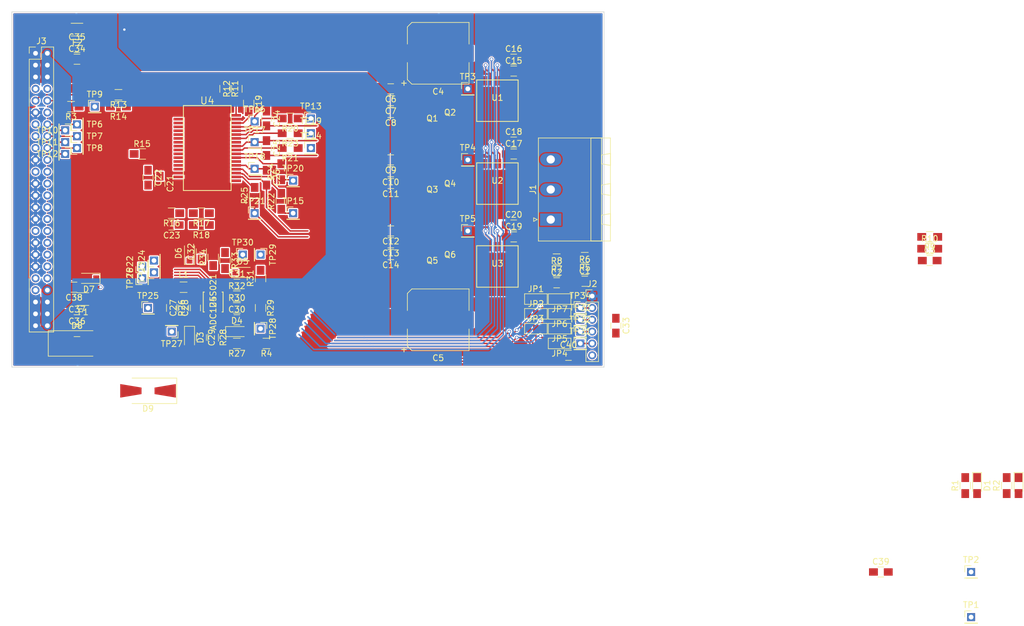
<source format=kicad_pcb>
(kicad_pcb (version 20171130) (host pcbnew "(5.0.0)")
  (layers (0 F.Cu mixed) (1 In1.Cu mixed hide) (2 In2.Cu mixed hide) (31 B.Cu mixed hide) (34 B.Paste user hide) (35 F.Paste user hide) (36 B.SilkS user hide) (37 F.SilkS user hide) (38 B.Mask user hide) (39 F.Mask user hide) (44 Edge.Cuts user))
  (net 0 "")
  (net 1 "Net-(C1-Pad1)")
  (net 2 GND)
  (net 3 "Net-(C2-Pad1)")
  (net 4 "Net-(C3-Pad1)")
  (net 5 +BATT)
  (net 6 GNDPWR)
  (net 7 +3V3)
  (net 8 "Net-(C21-Pad1)")
  (net 9 /MotorModule/CurrentSensing/Power_Phase_U)
  (net 10 "Net-(C22-Pad1)")
  (net 11 /MotorModule/CurrentSensing/Power_Phase_V)
  (net 12 "Net-(C23-Pad1)")
  (net 13 /MotorModule/CurrentSensing/Power_Phase_W)
  (net 14 "Net-(C26-Pad1)")
  (net 15 "Net-(C29-Pad1)")
  (net 16 "Net-(D1-Pad1)")
  (net 17 "Net-(D2-Pad1)")
  (net 18 /MotorModule/CurrentSensing/Power_Phase_U_measured)
  (net 19 /MotorModule/CurrentSensing/Power_Phase_V_measured)
  (net 20 /MotorModule/CurrentSensing/Power_Phase_W_measured)
  (net 21 "Net-(J2-Pad2)")
  (net 22 "Net-(J2-Pad3)")
  (net 23 "Net-(J2-Pad4)")
  (net 24 "Net-(J2-Pad5)")
  (net 25 /MainConnector/PwmUL)
  (net 26 /MainConnector/~PwmUH)
  (net 27 /MainConnector/PwmVL)
  (net 28 /MainConnector/~PwmVH)
  (net 29 /MainConnector/PwmWL)
  (net 30 /MainConnector/~PwmWH)
  (net 31 /MainConnector/~GateDriverErr1)
  (net 32 /MainConnector/~GateDriverErr2)
  (net 33 /MainConnector/GateDriverEna)
  (net 34 /MainConnector/CurrentSensSpiSclk)
  (net 35 /MainConnector/CurrentSensSpiDoutU)
  (net 36 /MainConnector/~CurrentSensSpiCs)
  (net 37 /MainConnector/CurrentSensSpiDoutV)
  (net 38 /MainConnector/CurrentSensSpiDoutW)
  (net 39 /MainConnector/EncoderSpiSclk)
  (net 40 /MainConnector/EncoderSpiMiso)
  (net 41 /MainConnector/~EncoderSpiCs)
  (net 42 /MainConnector/EncoderSpiMosi)
  (net 43 /MainConnector/AdcSpiSclk)
  (net 44 /MainConnector/AdcSpiMiso)
  (net 45 /MainConnector/~AdcSpiCs)
  (net 46 /MainConnector/AdcSpiMosi)
  (net 47 /MotorModule/EncoderConnector/HALL_A)
  (net 48 /MotorModule/Adc/ADC_IN1)
  (net 49 /MotorModule/EncoderConnector/HALL_B)
  (net 50 /MotorModule/Adc/ADC_IN2)
  (net 51 /MotorModule/EncoderConnector/HALL_C)
  (net 52 /MotorModule/Adc/ADC_IN3)
  (net 53 /MotorModule/GateDriver/Gate_U_H)
  (net 54 /MotorModule/GateDriver/Gate_U_L)
  (net 55 /MotorModule/GateDriver/Gate_V_H)
  (net 56 /MotorModule/GateDriver/Gate_V_L)
  (net 57 /MotorModule/GateDriver/Gate_W_H)
  (net 58 /MotorModule/GateDriver/Gate_W_L)
  (net 59 /MotorModule/GateDriver/Logic_GD_ENA)
  (net 60 /MotorModule/Adc/ADC_IN4)
  (net 61 "Net-(R11-Pad2)")
  (net 62 "Net-(R13-Pad1)")
  (net 63 "Net-(R14-Pad1)")
  (net 64 "Net-(R15-Pad1)")
  (net 65 "Net-(R16-Pad1)")
  (net 66 "Net-(R19-Pad2)")
  (net 67 /MainConnector/PowerIn)
  (net 68 /MainConnector/3V3in)
  (net 69 /MotorModule/GateDriver/Gate_U_H_bR)
  (net 70 /MotorModule/GateDriver/Gate_V_H_bR)
  (net 71 /MotorModule/GateDriver/Gate_W_H_bR)
  (net 72 /MotorModule/GateDriver/Gate_U_L_bR)
  (net 73 /MotorModule/GateDriver/Gate_V_L_bR)
  (net 74 /MotorModule/GateDriver/Gate_W_L_bR)
  (net 75 "Net-(C22-Pad2)")
  (net 76 "Net-(C24-Pad1)")
  (net 77 "Net-(C25-Pad1)")
  (net 78 "Net-(C27-Pad2)")
  (net 79 "Net-(C30-Pad1)")
  (net 80 "Net-(C31-Pad1)")
  (net 81 "Net-(C32-Pad1)")
  (net 82 "Net-(L1-Pad1)")
  (module Pin_Headers:Pin_Header_Straight_1x01_Pitch2.00mm (layer F.Cu) (at 71 52)
    (fp_text reference TP17 (at 0 -2.06) (layer F.SilkS))
    (fp_text value BstV)
    (pad 1 thru_hole rect (at 0 0) (size 1.35 1.35) (drill 0.8) (layers *.Cu *.Mask) (net 77 "Net-(C25-Pad1)"))
  )
  (module Capacitors_SMD:CP_Elec_10x10 (layer F.Cu) (at 102 82)
    (fp_text reference C5 (at 0 6.46) (layer F.SilkS))
    (fp_text value "220μF, 50V")
    (fp_text user + (at -5.78 4.97) (layer F.SilkS))
    (pad 1 smd rect (at -4 0 180) (size 4 2.5) (layers F.Cu F.Paste F.Mask) (net 5 +BATT))
    (pad 2 smd rect (at 4 0 180) (size 4 2.5) (layers F.Cu F.Paste F.Mask) (net 6 GNDPWR))
  )
  (module Connectors:GS3 (layer F.Cu) (at 122.5 83.5 90)
    (fp_text reference JP5 (at -1.7 0 180) (layer F.SilkS))
    (fp_text value SPI/Hall)
    (pad 1 smd rect (at 0 -1.27 90) (size 1.27 0.97) (layers F.Cu F.Paste F.Mask) (net 51 /MotorModule/EncoderConnector/HALL_C))
    (pad 2 smd rect (at 0 0 90) (size 1.27 0.97) (layers F.Cu F.Paste F.Mask) (net 23 "Net-(J2-Pad4)"))
    (pad 3 smd rect (at 0 1.27 90) (size 1.27 0.97) (layers F.Cu F.Paste F.Mask) (net 42 /MainConnector/EncoderSpiMosi))
  )
  (module Pin_Headers:Pin_Header_Straight_1x01_Pitch2.00mm (layer F.Cu) (at 77.5 64)
    (fp_text reference TP15 (at 0 -2.06) (layer F.SilkS))
    (fp_text value GateWH)
    (pad 1 thru_hole rect (at 0 0) (size 1.35 1.35) (drill 0.8) (layers *.Cu *.Mask) (net 57 /MotorModule/GateDriver/Gate_W_H))
  )
  (module Connectors:GS3 (layer F.Cu) (at 122.5 81 90)
    (fp_text reference JP6 (at -1.7 0 180) (layer F.SilkS))
    (fp_text value SPI/Hall)
    (pad 1 smd rect (at 0 -1.27 90) (size 1.27 0.97) (layers F.Cu F.Paste F.Mask) (net 49 /MotorModule/EncoderConnector/HALL_B))
    (pad 2 smd rect (at 0 0 90) (size 1.27 0.97) (layers F.Cu F.Paste F.Mask) (net 22 "Net-(J2-Pad3)"))
    (pad 3 smd rect (at 0 1.27 90) (size 1.27 0.97) (layers F.Cu F.Paste F.Mask) (net 41 /MainConnector/~EncoderSpiCs))
  )
  (module Connectors:GS3 (layer F.Cu) (at 118.5 83.5 270)
    (fp_text reference JP3 (at -1.7 0) (layer F.SilkS))
    (fp_text value Hall/Phase)
    (pad 1 smd rect (at 0 -1.27 270) (size 1.27 0.97) (layers F.Cu F.Paste F.Mask) (net 51 /MotorModule/EncoderConnector/HALL_C))
    (pad 2 smd rect (at 0 0 270) (size 1.27 0.97) (layers F.Cu F.Paste F.Mask) (net 52 /MotorModule/Adc/ADC_IN3))
    (pad 3 smd rect (at 0 1.27 270) (size 1.27 0.97) (layers F.Cu F.Paste F.Mask) (net 4 "Net-(C3-Pad1)"))
  )
  (module Connectors:GS3 (layer F.Cu) (at 122.5 86 90)
    (fp_text reference JP4 (at -1.7 0 180) (layer F.SilkS))
    (fp_text value SPI/Hall)
    (pad 1 smd rect (at 0 -1.27 90) (size 1.27 0.97) (layers F.Cu F.Paste F.Mask) (net 2 GND))
    (pad 2 smd rect (at 0 0 90) (size 1.27 0.97) (layers F.Cu F.Paste F.Mask) (net 24 "Net-(J2-Pad5)"))
    (pad 3 smd rect (at 0 1.27 90) (size 1.27 0.97) (layers F.Cu F.Paste F.Mask) (net 40 /MainConnector/EncoderSpiMiso))
  )
  (module Connectors:GS3 (layer F.Cu) (at 118.5 81 270)
    (fp_text reference JP2 (at -1.7 0) (layer F.SilkS))
    (fp_text value Hall/Phase)
    (pad 1 smd rect (at 0 -1.27 270) (size 1.27 0.97) (layers F.Cu F.Paste F.Mask) (net 49 /MotorModule/EncoderConnector/HALL_B))
    (pad 2 smd rect (at 0 0 270) (size 1.27 0.97) (layers F.Cu F.Paste F.Mask) (net 50 /MotorModule/Adc/ADC_IN2))
    (pad 3 smd rect (at 0 1.27 270) (size 1.27 0.97) (layers F.Cu F.Paste F.Mask) (net 3 "Net-(C2-Pad1)"))
  )
  (module Connectors:GS3 (layer F.Cu) (at 122.5 78.5 90)
    (fp_text reference JP7 (at -1.7 0 180) (layer F.SilkS))
    (fp_text value SPI/Hall)
    (pad 1 smd rect (at 0 -1.27 90) (size 1.27 0.97) (layers F.Cu F.Paste F.Mask) (net 47 /MotorModule/EncoderConnector/HALL_A))
    (pad 2 smd rect (at 0 0 90) (size 1.27 0.97) (layers F.Cu F.Paste F.Mask) (net 21 "Net-(J2-Pad2)"))
    (pad 3 smd rect (at 0 1.27 90) (size 1.27 0.97) (layers F.Cu F.Paste F.Mask) (net 39 /MainConnector/EncoderSpiSclk))
  )
  (module Connectors:GS3 (layer F.Cu) (at 118.5 78.5 270)
    (fp_text reference JP1 (at -1.7 0) (layer F.SilkS))
    (fp_text value Hall/Phase)
    (pad 1 smd rect (at 0 -1.27 270) (size 1.27 0.97) (layers F.Cu F.Paste F.Mask) (net 47 /MotorModule/EncoderConnector/HALL_A))
    (pad 2 smd rect (at 0 0 270) (size 1.27 0.97) (layers F.Cu F.Paste F.Mask) (net 48 /MotorModule/Adc/ADC_IN1))
    (pad 3 smd rect (at 0 1.27 270) (size 1.27 0.97) (layers F.Cu F.Paste F.Mask) (net 1 "Net-(C1-Pad1)"))
  )
  (module libs:PG-TISON-8-1 (layer F.Cu) (at 112 59 180)
    (fp_text reference U2 (at 0 0.5 180) (layer F.SilkS))
    (fp_text value TLI4970-D025T4)
    (pad 8 smd rect (at -1.78 -2.32 180) (size 2.4 3.48) (layers F.Cu F.Mask) (net 19 /MotorModule/CurrentSensing/Power_Phase_V_measured))
    (pad 7 smd rect (at 1.78 -2.32 180) (size 2.4 3.48) (layers F.Cu F.Mask) (net 11 /MotorModule/CurrentSensing/Power_Phase_V))
    (pad 1 smd rect (at -2.5 3.35 180) (size 1.5 1.6) (layers F.Cu F.Mask) (net 2 GND))
    (pad 6 smd rect (at 2.5 3.35 180) (size 1.5 1.6) (layers F.Cu F.Mask) (net 59 /MotorModule/GateDriver/Logic_GD_ENA))
    (pad 3 smd rect (at -0.4 3.35 180) (size 0.5 1.6) (layers F.Cu F.Mask) (net 37 /MainConnector/CurrentSensSpiDoutV))
    (pad 4 smd rect (at 0.4 3.325 180) (size 0.5 1.6) (layers F.Cu F.Mask) (net 34 /MainConnector/CurrentSensSpiSclk))
    (pad 2 smd rect (at -1.2 3.35 180) (size 0.5 1.6) (layers F.Cu F.Mask) (net 7 +3V3))
    (pad 5 smd rect (at 1.2 3.35 180) (size 0.5 1.6) (layers F.Cu F.Mask) (net 36 /MainConnector/~CurrentSensSpiCs))
  )
  (module Capacitors_SMD:C_0805_HandSoldering (layer F.Cu) (at 122 75.75)
    (fp_text reference C2 (at 0 -1.75) (layer F.SilkS))
    (fp_text value 100n)
    (pad 1 smd rect (at -1.25 0) (size 1.5 1.25) (layers F.Cu F.Paste F.Mask) (net 3 "Net-(C2-Pad1)"))
    (pad 2 smd rect (at 1.25 0) (size 1.5 1.25) (layers F.Cu F.Paste F.Mask) (net 2 GND))
  )
  (module Resistors_SMD:R_0805_HandSoldering (layer F.Cu) (at 122 73.75)
    (fp_text reference R8 (at 0 -1.7) (layer F.SilkS))
    (fp_text value DNP)
    (pad 1 smd rect (at -1.35 0) (size 1.5 1.3) (layers F.Cu F.Paste F.Mask) (net 3 "Net-(C2-Pad1)"))
    (pad 2 smd rect (at 1.35 0) (size 1.5 1.3) (layers F.Cu F.Paste F.Mask) (net 2 GND))
  )
  (module Resistors_SMD:R_0805_HandSoldering (layer F.Cu) (at 122 71.75 180)
    (fp_text reference R7 (at 0 -1.7 180) (layer F.SilkS))
    (fp_text value 1.5k)
    (pad 1 smd rect (at -1.35 0 180) (size 1.5 1.3) (layers F.Cu F.Paste F.Mask) (net 19 /MotorModule/CurrentSensing/Power_Phase_V_measured))
    (pad 2 smd rect (at 1.35 0 180) (size 1.5 1.3) (layers F.Cu F.Paste F.Mask) (net 3 "Net-(C2-Pad1)"))
  )
  (module Diodes_SMD:D_SOD-323_HandSoldering (layer F.Cu) (at 69 74)
    (fp_text reference D5 (at 0 -1.85) (layer F.SilkS))
    (fp_text value 3.3V)
    (pad 1 smd rect (at -1.25 0) (size 1 1) (layers F.Cu F.Paste F.Mask) (net 80 "Net-(C31-Pad1)"))
    (pad 2 smd rect (at 1.25 0) (size 1 1) (layers F.Cu F.Paste F.Mask) (net 2 GND))
  )
  (module Resistors_SMD:R_0805_HandSoldering (layer F.Cu) (at 68 78)
    (fp_text reference R32 (at 0 -1.7) (layer F.SilkS))
    (fp_text value 1k)
    (pad 1 smd rect (at -1.35 0) (size 1.5 1.3) (layers F.Cu F.Paste F.Mask) (net 80 "Net-(C31-Pad1)"))
    (pad 2 smd rect (at 1.35 0) (size 1.5 1.3) (layers F.Cu F.Paste F.Mask) (net 2 GND))
  )
  (module Capacitors_SMD:C_0805_HandSoldering (layer F.Cu) (at 126.75 75.5)
    (fp_text reference C1 (at 0 -1.75) (layer F.SilkS))
    (fp_text value 100n)
    (pad 1 smd rect (at -1.25 0) (size 1.5 1.25) (layers F.Cu F.Paste F.Mask) (net 1 "Net-(C1-Pad1)"))
    (pad 2 smd rect (at 1.25 0) (size 1.5 1.25) (layers F.Cu F.Paste F.Mask) (net 2 GND))
  )
  (module Capacitors_SMD:C_0805_HandSoldering (layer F.Cu) (at 185 72)
    (fp_text reference C3 (at 0 -1.75) (layer F.SilkS))
    (fp_text value 100n)
    (pad 1 smd rect (at -1.25 0) (size 1.5 1.25) (layers F.Cu F.Paste F.Mask) (net 4 "Net-(C3-Pad1)"))
    (pad 2 smd rect (at 1.25 0) (size 1.5 1.25) (layers F.Cu F.Paste F.Mask) (net 2 GND))
  )
  (module Capacitors_SMD:C_0805_HandSoldering (layer F.Cu) (at 93.98 43 180)
    (fp_text reference C6 (at 0 -1.75 180) (layer F.SilkS))
    (fp_text value 100n)
    (pad 1 smd rect (at -1.25 0 180) (size 1.5 1.25) (layers F.Cu F.Paste F.Mask) (net 5 +BATT))
    (pad 2 smd rect (at 1.25 0 180) (size 1.5 1.25) (layers F.Cu F.Paste F.Mask) (net 6 GNDPWR))
  )
  (module Capacitors_SMD:C_0805_HandSoldering (layer F.Cu) (at 93.98 47 180)
    (fp_text reference C8 (at 0 -1.75 180) (layer F.SilkS))
    (fp_text value 100n)
    (pad 1 smd rect (at -1.25 0 180) (size 1.5 1.25) (layers F.Cu F.Paste F.Mask) (net 5 +BATT))
    (pad 2 smd rect (at 1.25 0 180) (size 1.5 1.25) (layers F.Cu F.Paste F.Mask) (net 6 GNDPWR))
  )
  (module Capacitors_SMD:C_0805_HandSoldering (layer F.Cu) (at 93.98 55 180)
    (fp_text reference C9 (at 0 -1.75 180) (layer F.SilkS))
    (fp_text value 100n)
    (pad 1 smd rect (at -1.25 0 180) (size 1.5 1.25) (layers F.Cu F.Paste F.Mask) (net 5 +BATT))
    (pad 2 smd rect (at 1.25 0 180) (size 1.5 1.25) (layers F.Cu F.Paste F.Mask) (net 6 GNDPWR))
  )
  (module Capacitors_SMD:C_0805_HandSoldering (layer F.Cu) (at 93.98 57 180)
    (fp_text reference C10 (at 0 -1.75 180) (layer F.SilkS))
    (fp_text value "4.7μ, 50V")
    (pad 1 smd rect (at -1.25 0 180) (size 1.5 1.25) (layers F.Cu F.Paste F.Mask) (net 5 +BATT))
    (pad 2 smd rect (at 1.25 0 180) (size 1.5 1.25) (layers F.Cu F.Paste F.Mask) (net 6 GNDPWR))
  )
  (module Capacitors_SMD:C_0805_HandSoldering (layer F.Cu) (at 94 59 180)
    (fp_text reference C11 (at 0 -1.75 180) (layer F.SilkS))
    (fp_text value 100n)
    (pad 1 smd rect (at -1.25 0 180) (size 1.5 1.25) (layers F.Cu F.Paste F.Mask) (net 5 +BATT))
    (pad 2 smd rect (at 1.25 0 180) (size 1.5 1.25) (layers F.Cu F.Paste F.Mask) (net 6 GNDPWR))
  )
  (module Capacitors_SMD:C_0805_HandSoldering (layer F.Cu) (at 94 67 180)
    (fp_text reference C12 (at 0 -1.75 180) (layer F.SilkS))
    (fp_text value 100n)
    (pad 1 smd rect (at -1.25 0 180) (size 1.5 1.25) (layers F.Cu F.Paste F.Mask) (net 5 +BATT))
    (pad 2 smd rect (at 1.25 0 180) (size 1.5 1.25) (layers F.Cu F.Paste F.Mask) (net 6 GNDPWR))
  )
  (module Capacitors_SMD:C_0805_HandSoldering (layer F.Cu) (at 94 69 180)
    (fp_text reference C13 (at 0 -1.75 180) (layer F.SilkS))
    (fp_text value "4.7μ, 50V")
    (pad 1 smd rect (at -1.25 0 180) (size 1.5 1.25) (layers F.Cu F.Paste F.Mask) (net 5 +BATT))
    (pad 2 smd rect (at 1.25 0 180) (size 1.5 1.25) (layers F.Cu F.Paste F.Mask) (net 6 GNDPWR))
  )
  (module Capacitors_SMD:C_0805_HandSoldering (layer F.Cu) (at 94 71 180)
    (fp_text reference C14 (at 0 -1.75 180) (layer F.SilkS))
    (fp_text value 100n)
    (pad 1 smd rect (at -1.25 0 180) (size 1.5 1.25) (layers F.Cu F.Paste F.Mask) (net 5 +BATT))
    (pad 2 smd rect (at 1.25 0 180) (size 1.5 1.25) (layers F.Cu F.Paste F.Mask) (net 6 GNDPWR))
  )
  (module Capacitors_SMD:C_0805_HandSoldering (layer F.Cu) (at 114.75 54)
    (fp_text reference C17 (at 0 -1.75) (layer F.SilkS))
    (fp_text value 100n)
    (pad 1 smd rect (at -1.25 0) (size 1.5 1.25) (layers F.Cu F.Paste F.Mask) (net 7 +3V3))
    (pad 2 smd rect (at 1.25 0) (size 1.5 1.25) (layers F.Cu F.Paste F.Mask) (net 2 GND))
  )
  (module Capacitors_SMD:C_0805_HandSoldering (layer F.Cu) (at 55 59 270)
    (fp_text reference C21 (at 0 -1.75 270) (layer F.SilkS))
    (fp_text value 2,2µ)
    (pad 1 smd rect (at -1.25 0 270) (size 1.5 1.25) (layers F.Cu F.Paste F.Mask) (net 8 "Net-(C21-Pad1)"))
    (pad 2 smd rect (at 1.25 0 270) (size 1.5 1.25) (layers F.Cu F.Paste F.Mask) (net 2 GND))
  )
  (module Capacitors_SMD:C_0805_HandSoldering (layer F.Cu) (at 53 58 270)
    (fp_text reference C22 (at 0 -1.75 270) (layer F.SilkS))
    (fp_text value 1µ)
    (pad 1 smd rect (at -1.25 0 270) (size 1.5 1.25) (layers F.Cu F.Paste F.Mask) (net 10 "Net-(C22-Pad1)"))
    (pad 2 smd rect (at 1.25 0 270) (size 1.5 1.25) (layers F.Cu F.Paste F.Mask) (net 75 "Net-(C22-Pad2)"))
  )
  (module Capacitors_SMD:C_0805_HandSoldering (layer F.Cu) (at 57 66 180)
    (fp_text reference C23 (at 0 -1.75 180) (layer F.SilkS))
    (fp_text value 2,2µ)
    (pad 1 smd rect (at -1.25 0 180) (size 1.5 1.25) (layers F.Cu F.Paste F.Mask) (net 12 "Net-(C23-Pad1)"))
    (pad 2 smd rect (at 1.25 0 180) (size 1.5 1.25) (layers F.Cu F.Paste F.Mask) (net 2 GND))
  )
  (module Capacitors_SMD:C_0805_HandSoldering (layer F.Cu) (at 73 48 270)
    (fp_text reference C24 (at 0 -1.75 270) (layer F.SilkS))
    (fp_text value 1µ)
    (pad 1 smd rect (at -1.25 0 270) (size 1.5 1.25) (layers F.Cu F.Paste F.Mask) (net 76 "Net-(C24-Pad1)"))
    (pad 2 smd rect (at 1.25 0 270) (size 1.5 1.25) (layers F.Cu F.Paste F.Mask) (net 9 /MotorModule/CurrentSensing/Power_Phase_U))
  )
  (module Capacitors_SMD:C_0805_HandSoldering (layer F.Cu) (at 73 53 270)
    (fp_text reference C25 (at 0 -1.75 270) (layer F.SilkS))
    (fp_text value 1µ)
    (pad 1 smd rect (at -1.25 0 270) (size 1.5 1.25) (layers F.Cu F.Paste F.Mask) (net 77 "Net-(C25-Pad1)"))
    (pad 2 smd rect (at 1.25 0 270) (size 1.5 1.25) (layers F.Cu F.Paste F.Mask) (net 11 /MotorModule/CurrentSensing/Power_Phase_V))
  )
  (module Capacitors_SMD:C_0805_HandSoldering (layer F.Cu) (at 73 58 270)
    (fp_text reference C26 (at 0 -1.75 270) (layer F.SilkS))
    (fp_text value 1µ)
    (pad 1 smd rect (at -1.25 0 270) (size 1.5 1.25) (layers F.Cu F.Paste F.Mask) (net 14 "Net-(C26-Pad1)"))
    (pad 2 smd rect (at 1.25 0 270) (size 1.5 1.25) (layers F.Cu F.Paste F.Mask) (net 13 /MotorModule/CurrentSensing/Power_Phase_W))
  )
  (module Capacitors_SMD:C_0805_HandSoldering (layer F.Cu) (at 59 80 90)
    (fp_text reference C27 (at 0 -1.75 90) (layer F.SilkS))
    (fp_text value 1μ)
    (pad 1 smd rect (at -1.25 0 90) (size 1.5 1.25) (layers F.Cu F.Paste F.Mask) (net 2 GND))
    (pad 2 smd rect (at 1.25 0 90) (size 1.5 1.25) (layers F.Cu F.Paste F.Mask) (net 78 "Net-(C27-Pad2)"))
  )
  (module Capacitors_SMD:C_0805_HandSoldering (layer F.Cu) (at 61 80 90)
    (fp_text reference C28 (at 0 -1.75 90) (layer F.SilkS))
    (fp_text value 100n)
    (pad 1 smd rect (at -1.25 0 90) (size 1.5 1.25) (layers F.Cu F.Paste F.Mask) (net 2 GND))
    (pad 2 smd rect (at 1.25 0 90) (size 1.5 1.25) (layers F.Cu F.Paste F.Mask) (net 78 "Net-(C27-Pad2)"))
  )
  (module Capacitors_SMD:C_0805_HandSoldering (layer F.Cu) (at 62 85 270)
    (fp_text reference C29 (at 0 -1.75 270) (layer F.SilkS))
    (fp_text value 100n)
    (pad 1 smd rect (at -1.25 0 270) (size 1.5 1.25) (layers F.Cu F.Paste F.Mask) (net 15 "Net-(C29-Pad1)"))
    (pad 2 smd rect (at 1.25 0 270) (size 1.5 1.25) (layers F.Cu F.Paste F.Mask) (net 2 GND))
  )
  (module Capacitors_SMD:C_0805_HandSoldering (layer F.Cu) (at 68 82)
    (fp_text reference C30 (at 0 -1.75) (layer F.SilkS))
    (fp_text value DNP)
    (pad 1 smd rect (at -1.25 0) (size 1.5 1.25) (layers F.Cu F.Paste F.Mask) (net 79 "Net-(C30-Pad1)"))
    (pad 2 smd rect (at 1.25 0) (size 1.5 1.25) (layers F.Cu F.Paste F.Mask) (net 2 GND))
  )
  (module Capacitors_SMD:C_0805_HandSoldering (layer F.Cu) (at 68 76)
    (fp_text reference C31 (at 0 -1.75) (layer F.SilkS))
    (fp_text value DNP)
    (pad 1 smd rect (at -1.25 0) (size 1.5 1.25) (layers F.Cu F.Paste F.Mask) (net 80 "Net-(C31-Pad1)"))
    (pad 2 smd rect (at 1.25 0) (size 1.5 1.25) (layers F.Cu F.Paste F.Mask) (net 2 GND))
  )
  (module Capacitors_SMD:C_0805_HandSoldering (layer F.Cu) (at 62 70.5 90)
    (fp_text reference C32 (at 0 -1.75 90) (layer F.SilkS))
    (fp_text value DNP)
    (pad 1 smd rect (at -1.25 0 90) (size 1.5 1.25) (layers F.Cu F.Paste F.Mask) (net 81 "Net-(C32-Pad1)"))
    (pad 2 smd rect (at 1.25 0 90) (size 1.5 1.25) (layers F.Cu F.Paste F.Mask) (net 2 GND))
  )
  (module Capacitors_SMD:C_0805_HandSoldering (layer F.Cu) (at 132 83 270)
    (fp_text reference C33 (at 0 -1.75 270) (layer F.SilkS))
    (fp_text value 100n)
    (pad 1 smd rect (at -1.25 0 270) (size 1.5 1.25) (layers F.Cu F.Paste F.Mask) (net 7 +3V3))
    (pad 2 smd rect (at 1.25 0 270) (size 1.5 1.25) (layers F.Cu F.Paste F.Mask) (net 2 GND))
  )
  (module Capacitors_SMD:C_0805_HandSoldering (layer F.Cu) (at 41 38)
    (fp_text reference C34 (at 0 -1.75) (layer F.SilkS))
    (fp_text value 4.7μ)
    (pad 1 smd rect (at -1.25 0) (size 1.5 1.25) (layers F.Cu F.Paste F.Mask) (net 67 /MainConnector/PowerIn))
    (pad 2 smd rect (at 1.25 0) (size 1.5 1.25) (layers F.Cu F.Paste F.Mask) (net 6 GNDPWR))
  )
  (module Capacitors_SMD:C_0805_HandSoldering (layer F.Cu) (at 41 36)
    (fp_text reference C35 (at 0 -1.75) (layer F.SilkS))
    (fp_text value 100n)
    (pad 1 smd rect (at -1.25 0) (size 1.5 1.25) (layers F.Cu F.Paste F.Mask) (net 67 /MainConnector/PowerIn))
    (pad 2 smd rect (at 1.25 0) (size 1.5 1.25) (layers F.Cu F.Paste F.Mask) (net 6 GNDPWR))
  )
  (module Capacitors_SMD:C_0805_HandSoldering (layer F.Cu) (at 41 84)
    (fp_text reference C36 (at 0 -1.75) (layer F.SilkS))
    (fp_text value 100n)
    (pad 1 smd rect (at -1.25 0) (size 1.5 1.25) (layers F.Cu F.Paste F.Mask) (net 67 /MainConnector/PowerIn))
    (pad 2 smd rect (at 1.25 0) (size 1.5 1.25) (layers F.Cu F.Paste F.Mask) (net 6 GNDPWR))
  )
  (module Capacitors_SMD:C_0805_HandSoldering (layer F.Cu) (at 41 82)
    (fp_text reference C37 (at 0 -1.75) (layer F.SilkS))
    (fp_text value 4.7μ)
    (pad 1 smd rect (at -1.25 0) (size 1.5 1.25) (layers F.Cu F.Paste F.Mask) (net 67 /MainConnector/PowerIn))
    (pad 2 smd rect (at 1.25 0) (size 1.5 1.25) (layers F.Cu F.Paste F.Mask) (net 6 GNDPWR))
  )
  (module Capacitors_SMD:C_0805_HandSoldering (layer F.Cu) (at 40.5 76.5 180)
    (fp_text reference C38 (at 0 -1.75 180) (layer F.SilkS))
    (fp_text value 100n)
    (pad 1 smd rect (at -1.25 0 180) (size 1.5 1.25) (layers F.Cu F.Paste F.Mask) (net 2 GND))
    (pad 2 smd rect (at 1.25 0 180) (size 1.5 1.25) (layers F.Cu F.Paste F.Mask) (net 68 /MainConnector/3V3in))
  )
  (module Capacitors_SMD:C_0805_HandSoldering (layer F.Cu) (at 176.75 124.59)
    (fp_text reference C39 (at 0 -1.75) (layer F.SilkS))
    (fp_text value 100n)
    (pad 1 smd rect (at -1.25 0) (size 1.5 1.25) (layers F.Cu F.Paste F.Mask) (net 68 /MainConnector/3V3in))
    (pad 2 smd rect (at 1.25 0) (size 1.5 1.25) (layers F.Cu F.Paste F.Mask) (net 2 GND))
  )
  (module LEDs:LED_0805_HandSoldering (layer F.Cu) (at 193 110 270)
    (fp_text reference D1 (at 0 -1.7 270) (layer F.SilkS))
    (fp_text value 3.3V)
    (pad 1 smd rect (at -1.35 0 270) (size 1.5 1.3) (layers F.Cu F.Paste F.Mask) (net 16 "Net-(D1-Pad1)"))
    (pad 2 smd rect (at 1.35 0 270) (size 1.5 1.3) (layers F.Cu F.Paste F.Mask) (net 2 GND))
  )
  (module LEDs:LED_0805_HandSoldering (layer F.Cu) (at 200 110 270)
    (fp_text reference D2 (at 0 -1.7 270) (layer F.SilkS))
    (fp_text value 5.5-28V)
    (pad 1 smd rect (at -1.35 0 270) (size 1.5 1.3) (layers F.Cu F.Paste F.Mask) (net 17 "Net-(D2-Pad1)"))
    (pad 2 smd rect (at 1.35 0 270) (size 1.5 1.3) (layers F.Cu F.Paste F.Mask) (net 6 GNDPWR))
  )
  (module Diodes_SMD:D_SOD-323_HandSoldering (layer F.Cu) (at 60 85 270)
    (fp_text reference D3 (at 0 -1.85 270) (layer F.SilkS))
    (fp_text value 3.3V)
    (pad 1 smd rect (at -1.25 0 270) (size 1 1) (layers F.Cu F.Paste F.Mask) (net 15 "Net-(C29-Pad1)"))
    (pad 2 smd rect (at 1.25 0 270) (size 1 1) (layers F.Cu F.Paste F.Mask) (net 2 GND))
  )
  (module Diodes_SMD:D_SOD-323_HandSoldering (layer F.Cu) (at 68 84)
    (fp_text reference D4 (at 0 -1.85) (layer F.SilkS))
    (fp_text value 3.3V)
    (pad 1 smd rect (at -1.25 0) (size 1 1) (layers F.Cu F.Paste F.Mask) (net 79 "Net-(C30-Pad1)"))
    (pad 2 smd rect (at 1.25 0) (size 1 1) (layers F.Cu F.Paste F.Mask) (net 2 GND))
  )
  (module Diodes_SMD:D_SOD-323_HandSoldering (layer F.Cu) (at 60 70.75 90)
    (fp_text reference D6 (at 0 -1.85 90) (layer F.SilkS))
    (fp_text value 3.3V)
    (pad 1 smd rect (at -1.25 0 90) (size 1 1) (layers F.Cu F.Paste F.Mask) (net 81 "Net-(C32-Pad1)"))
    (pad 2 smd rect (at 1.25 0 90) (size 1 1) (layers F.Cu F.Paste F.Mask) (net 2 GND))
  )
  (module Diodes_SMD:D_SOD-323_HandSoldering (layer F.Cu) (at 43 75 180)
    (fp_text reference D7 (at 0 -1.85 180) (layer F.SilkS))
    (fp_text value 3.5V)
    (pad 1 smd rect (at -1.25 0 180) (size 1 1) (layers F.Cu F.Paste F.Mask) (net 7 +3V3))
    (pad 2 smd rect (at 1.25 0 180) (size 1 1) (layers F.Cu F.Paste F.Mask) (net 2 GND))
  )
  (module Diodes_SMD:D_SMA-SMB_Universal_Handsoldering (layer F.Cu) (at 53 94 180)
    (fp_text reference D9 (at 0 -3 180) (layer F.SilkS))
    (fp_text value 30V)
    (pad 1 smd trapezoid (at -2.9 0 180) (size 3.6 1.7) (rect_delta 0.6 0) (layers F.Cu F.Paste F.Mask) (net 5 +BATT))
    (pad 2 smd trapezoid (at 2.9 0) (size 3.6 1.7) (rect_delta 0.6 0) (layers F.Cu F.Paste F.Mask) (net 6 GNDPWR))
  )
  (module Fuse_Holders_and_Fuses:Fuse_SMD1206_HandSoldering (layer F.Cu) (at 42 78.5 180)
    (fp_text reference F1 (at -0.05 -2.2 180) (layer F.SilkS))
    (fp_text value 200mA)
    (pad 1 smd rect (at -2.09 0 270) (size 2.03 2.65) (layers F.Cu F.Paste F.Mask) (net 7 +3V3))
    (pad 2 smd rect (at 2.09 0 270) (size 2.03 2.65) (layers F.Cu F.Paste F.Mask) (net 68 /MainConnector/3V3in))
  )
  (module Fuse_Holders_and_Fuses:Fuse_SMD1206_HandSoldering (layer F.Cu) (at 41 33 180)
    (fp_text reference F2 (at -0.05 -2.2 180) (layer F.SilkS))
    (fp_text value 3A)
    (pad 1 smd rect (at -2.09 0 270) (size 2.03 2.65) (layers F.Cu F.Paste F.Mask) (net 5 +BATT))
    (pad 2 smd rect (at 2.09 0 270) (size 2.03 2.65) (layers F.Cu F.Paste F.Mask) (net 67 /MainConnector/PowerIn))
  )
  (module Inductors_SMD:L_0805_HandSoldering (layer F.Cu) (at 59 76.5)
    (fp_text reference L1 (at 0 -2.1) (layer F.SilkS))
    (fp_text value 1μ)
    (pad 1 smd rect (at -1.35 0) (size 1.5 1.3) (layers F.Cu F.Paste F.Mask) (net 82 "Net-(L1-Pad1)"))
    (pad 2 smd rect (at 1.35 0) (size 1.5 1.3) (layers F.Cu F.Paste F.Mask) (net 78 "Net-(C27-Pad2)"))
  )
  (module libs:TDSON-8_FL (layer F.Cu) (at 102 45 90)
    (fp_text reference Q1 (at -3 -1 180) (layer F.SilkS))
    (fp_text value Q_NMOS_SGD)
    (pad 3 smd rect (at 0 -0.65 90) (size 4.41 3.75) (layers F.Cu F.Mask) (net 5 +BATT))
    (pad 3 smd rect (at -1.905 -2.925 90) (size 0.6 0.8) (layers F.Cu F.Mask) (net 5 +BATT))
    (pad 3 smd rect (at -0.635 -2.925 90) (size 0.6 0.8) (layers F.Cu F.Mask) (net 5 +BATT))
    (pad 3 smd rect (at 0.635 -2.925 90) (size 0.6 0.8) (layers F.Cu F.Mask) (net 5 +BATT))
    (pad 3 smd rect (at 1.905 -2.925 90) (size 0.6 0.8) (layers F.Cu F.Mask) (net 5 +BATT))
    (pad 2 smd rect (at 1.905 2.775 90) (size 0.5 1.1) (layers F.Cu F.Mask) (net 53 /MotorModule/GateDriver/Gate_U_H))
    (pad 1 smd rect (at -0.715 2.525 90) (size 3.2 0.6) (layers F.Cu F.Mask) (net 9 /MotorModule/CurrentSensing/Power_Phase_U))
    (pad 1 smd rect (at -1.905 3.075 90) (size 0.5 0.5) (layers F.Cu F.Mask) (net 9 /MotorModule/CurrentSensing/Power_Phase_U))
    (pad 1 smd rect (at -0.635 3.075 90) (size 0.5 0.5) (layers F.Cu F.Mask) (net 9 /MotorModule/CurrentSensing/Power_Phase_U))
    (pad 1 smd rect (at 0.635 3.075 90) (size 0.5 0.5) (layers F.Cu F.Mask) (net 9 /MotorModule/CurrentSensing/Power_Phase_U))
  )
  (module libs:TDSON-8_FL (layer F.Cu) (at 103 50 270)
    (fp_text reference Q2 (at -3 -1) (layer F.SilkS))
    (fp_text value Q_NMOS_SGD)
    (pad 3 smd rect (at 0 -0.65 270) (size 4.41 3.75) (layers F.Cu F.Mask) (net 9 /MotorModule/CurrentSensing/Power_Phase_U))
    (pad 3 smd rect (at -1.905 -2.925 270) (size 0.6 0.8) (layers F.Cu F.Mask) (net 9 /MotorModule/CurrentSensing/Power_Phase_U))
    (pad 3 smd rect (at -0.635 -2.925 270) (size 0.6 0.8) (layers F.Cu F.Mask) (net 9 /MotorModule/CurrentSensing/Power_Phase_U))
    (pad 3 smd rect (at 0.635 -2.925 270) (size 0.6 0.8) (layers F.Cu F.Mask) (net 9 /MotorModule/CurrentSensing/Power_Phase_U))
    (pad 3 smd rect (at 1.905 -2.925 270) (size 0.6 0.8) (layers F.Cu F.Mask) (net 9 /MotorModule/CurrentSensing/Power_Phase_U))
    (pad 2 smd rect (at 1.905 2.775 270) (size 0.5 1.1) (layers F.Cu F.Mask) (net 54 /MotorModule/GateDriver/Gate_U_L))
    (pad 1 smd rect (at -0.715 2.525 270) (size 3.2 0.6) (layers F.Cu F.Mask) (net 6 GNDPWR))
    (pad 1 smd rect (at -1.905 3.075 270) (size 0.5 0.5) (layers F.Cu F.Mask) (net 6 GNDPWR))
    (pad 1 smd rect (at -0.635 3.075 270) (size 0.5 0.5) (layers F.Cu F.Mask) (net 6 GNDPWR))
    (pad 1 smd rect (at 0.635 3.075 270) (size 0.5 0.5) (layers F.Cu F.Mask) (net 6 GNDPWR))
  )
  (module libs:TDSON-8_FL (layer F.Cu) (at 102 57 90)
    (fp_text reference Q3 (at -3 -1 180) (layer F.SilkS))
    (fp_text value Q_NMOS_SGD)
    (pad 3 smd rect (at 0 -0.65 90) (size 4.41 3.75) (layers F.Cu F.Mask) (net 5 +BATT))
    (pad 3 smd rect (at -1.905 -2.925 90) (size 0.6 0.8) (layers F.Cu F.Mask) (net 5 +BATT))
    (pad 3 smd rect (at -0.635 -2.925 90) (size 0.6 0.8) (layers F.Cu F.Mask) (net 5 +BATT))
    (pad 3 smd rect (at 0.635 -2.925 90) (size 0.6 0.8) (layers F.Cu F.Mask) (net 5 +BATT))
    (pad 3 smd rect (at 1.905 -2.925 90) (size 0.6 0.8) (layers F.Cu F.Mask) (net 5 +BATT))
    (pad 2 smd rect (at 1.905 2.775 90) (size 0.5 1.1) (layers F.Cu F.Mask) (net 55 /MotorModule/GateDriver/Gate_V_H))
    (pad 1 smd rect (at -0.715 2.525 90) (size 3.2 0.6) (layers F.Cu F.Mask) (net 11 /MotorModule/CurrentSensing/Power_Phase_V))
    (pad 1 smd rect (at -1.905 3.075 90) (size 0.5 0.5) (layers F.Cu F.Mask) (net 11 /MotorModule/CurrentSensing/Power_Phase_V))
    (pad 1 smd rect (at -0.635 3.075 90) (size 0.5 0.5) (layers F.Cu F.Mask) (net 11 /MotorModule/CurrentSensing/Power_Phase_V))
    (pad 1 smd rect (at 0.635 3.075 90) (size 0.5 0.5) (layers F.Cu F.Mask) (net 11 /MotorModule/CurrentSensing/Power_Phase_V))
  )
  (module libs:TDSON-8_FL (layer F.Cu) (at 103 62 270)
    (fp_text reference Q4 (at -3 -1) (layer F.SilkS))
    (fp_text value Q_NMOS_SGD)
    (pad 3 smd rect (at 0 -0.65 270) (size 4.41 3.75) (layers F.Cu F.Mask) (net 11 /MotorModule/CurrentSensing/Power_Phase_V))
    (pad 3 smd rect (at -1.905 -2.925 270) (size 0.6 0.8) (layers F.Cu F.Mask) (net 11 /MotorModule/CurrentSensing/Power_Phase_V))
    (pad 3 smd rect (at -0.635 -2.925 270) (size 0.6 0.8) (layers F.Cu F.Mask) (net 11 /MotorModule/CurrentSensing/Power_Phase_V))
    (pad 3 smd rect (at 0.635 -2.925 270) (size 0.6 0.8) (layers F.Cu F.Mask) (net 11 /MotorModule/CurrentSensing/Power_Phase_V))
    (pad 3 smd rect (at 1.905 -2.925 270) (size 0.6 0.8) (layers F.Cu F.Mask) (net 11 /MotorModule/CurrentSensing/Power_Phase_V))
    (pad 2 smd rect (at 1.905 2.775 270) (size 0.5 1.1) (layers F.Cu F.Mask) (net 56 /MotorModule/GateDriver/Gate_V_L))
    (pad 1 smd rect (at -0.715 2.525 270) (size 3.2 0.6) (layers F.Cu F.Mask) (net 6 GNDPWR))
    (pad 1 smd rect (at -1.905 3.075 270) (size 0.5 0.5) (layers F.Cu F.Mask) (net 6 GNDPWR))
    (pad 1 smd rect (at -0.635 3.075 270) (size 0.5 0.5) (layers F.Cu F.Mask) (net 6 GNDPWR))
    (pad 1 smd rect (at 0.635 3.075 270) (size 0.5 0.5) (layers F.Cu F.Mask) (net 6 GNDPWR))
  )
  (module libs:TDSON-8_FL (layer F.Cu) (at 102 69 90)
    (fp_text reference Q5 (at -3 -1 180) (layer F.SilkS))
    (fp_text value Q_NMOS_SGD)
    (pad 3 smd rect (at 0 -0.65 90) (size 4.41 3.75) (layers F.Cu F.Mask) (net 5 +BATT))
    (pad 3 smd rect (at -1.905 -2.925 90) (size 0.6 0.8) (layers F.Cu F.Mask) (net 5 +BATT))
    (pad 3 smd rect (at -0.635 -2.925 90) (size 0.6 0.8) (layers F.Cu F.Mask) (net 5 +BATT))
    (pad 3 smd rect (at 0.635 -2.925 90) (size 0.6 0.8) (layers F.Cu F.Mask) (net 5 +BATT))
    (pad 3 smd rect (at 1.905 -2.925 90) (size 0.6 0.8) (layers F.Cu F.Mask) (net 5 +BATT))
    (pad 2 smd rect (at 1.905 2.775 90) (size 0.5 1.1) (layers F.Cu F.Mask) (net 57 /MotorModule/GateDriver/Gate_W_H))
    (pad 1 smd rect (at -0.715 2.525 90) (size 3.2 0.6) (layers F.Cu F.Mask) (net 13 /MotorModule/CurrentSensing/Power_Phase_W))
    (pad 1 smd rect (at -1.905 3.075 90) (size 0.5 0.5) (layers F.Cu F.Mask) (net 13 /MotorModule/CurrentSensing/Power_Phase_W))
    (pad 1 smd rect (at -0.635 3.075 90) (size 0.5 0.5) (layers F.Cu F.Mask) (net 13 /MotorModule/CurrentSensing/Power_Phase_W))
    (pad 1 smd rect (at 0.635 3.075 90) (size 0.5 0.5) (layers F.Cu F.Mask) (net 13 /MotorModule/CurrentSensing/Power_Phase_W))
  )
  (module libs:TDSON-8_FL (layer F.Cu) (at 103 74 270)
    (fp_text reference Q6 (at -3 -1) (layer F.SilkS))
    (fp_text value Q_NMOS_SGD)
    (pad 3 smd rect (at 0 -0.65 270) (size 4.41 3.75) (layers F.Cu F.Mask) (net 13 /MotorModule/CurrentSensing/Power_Phase_W))
    (pad 3 smd rect (at -1.905 -2.925 270) (size 0.6 0.8) (layers F.Cu F.Mask) (net 13 /MotorModule/CurrentSensing/Power_Phase_W))
    (pad 3 smd rect (at -0.635 -2.925 270) (size 0.6 0.8) (layers F.Cu F.Mask) (net 13 /MotorModule/CurrentSensing/Power_Phase_W))
    (pad 3 smd rect (at 0.635 -2.925 270) (size 0.6 0.8) (layers F.Cu F.Mask) (net 13 /MotorModule/CurrentSensing/Power_Phase_W))
    (pad 3 smd rect (at 1.905 -2.925 270) (size 0.6 0.8) (layers F.Cu F.Mask) (net 13 /MotorModule/CurrentSensing/Power_Phase_W))
    (pad 2 smd rect (at 1.905 2.775 270) (size 0.5 1.1) (layers F.Cu F.Mask) (net 58 /MotorModule/GateDriver/Gate_W_L))
    (pad 1 smd rect (at -0.715 2.525 270) (size 3.2 0.6) (layers F.Cu F.Mask) (net 6 GNDPWR))
    (pad 1 smd rect (at -1.905 3.075 270) (size 0.5 0.5) (layers F.Cu F.Mask) (net 6 GNDPWR))
    (pad 1 smd rect (at -0.635 3.075 270) (size 0.5 0.5) (layers F.Cu F.Mask) (net 6 GNDPWR))
    (pad 1 smd rect (at 0.635 3.075 270) (size 0.5 0.5) (layers F.Cu F.Mask) (net 6 GNDPWR))
  )
  (module Resistors_SMD:R_0805_HandSoldering (layer F.Cu) (at 191 110 90)
    (fp_text reference R1 (at 0 -1.7 90) (layer F.SilkS))
    (fp_text value 220)
    (pad 1 smd rect (at -1.35 0 90) (size 1.5 1.3) (layers F.Cu F.Paste F.Mask) (net 7 +3V3))
    (pad 2 smd rect (at 1.35 0 90) (size 1.5 1.3) (layers F.Cu F.Paste F.Mask) (net 16 "Net-(D1-Pad1)"))
  )
  (module Resistors_SMD:R_0805_HandSoldering (layer F.Cu) (at 198 110 90)
    (fp_text reference R2 (at 0 -1.7 90) (layer F.SilkS))
    (fp_text value 6.8k)
    (pad 1 smd rect (at -1.35 0 90) (size 1.5 1.3) (layers F.Cu F.Paste F.Mask) (net 5 +BATT))
    (pad 2 smd rect (at 1.35 0 90) (size 1.5 1.3) (layers F.Cu F.Paste F.Mask) (net 17 "Net-(D2-Pad1)"))
  )
  (module Resistors_SMD:R_0805_HandSoldering (layer F.Cu) (at 40 46 180)
    (fp_text reference R3 (at 0 -1.7 180) (layer F.SilkS))
    (fp_text value 10k)
    (pad 1 smd rect (at -1.35 0 180) (size 1.5 1.3) (layers F.Cu F.Paste F.Mask) (net 59 /MotorModule/GateDriver/Logic_GD_ENA))
    (pad 2 smd rect (at 1.35 0 180) (size 1.5 1.3) (layers F.Cu F.Paste F.Mask) (net 33 /MainConnector/GateDriverEna))
  )
  (module Resistors_SMD:R_0805_HandSoldering (layer F.Cu) (at 73 86 180)
    (fp_text reference R4 (at 0 -1.7 180) (layer F.SilkS))
    (fp_text value 0)
    (pad 1 smd rect (at -1.35 0 180) (size 1.5 1.3) (layers F.Cu F.Paste F.Mask) (net 5 +BATT))
    (pad 2 smd rect (at 1.35 0 180) (size 1.5 1.3) (layers F.Cu F.Paste F.Mask) (net 60 /MotorModule/Adc/ADC_IN4))
  )
  (module Resistors_SMD:R_0805_HandSoldering (layer F.Cu) (at 126.75 71.5 180)
    (fp_text reference R5 (at 0 -1.7 180) (layer F.SilkS))
    (fp_text value 1.5k)
    (pad 1 smd rect (at -1.35 0 180) (size 1.5 1.3) (layers F.Cu F.Paste F.Mask) (net 18 /MotorModule/CurrentSensing/Power_Phase_U_measured))
    (pad 2 smd rect (at 1.35 0 180) (size 1.5 1.3) (layers F.Cu F.Paste F.Mask) (net 1 "Net-(C1-Pad1)"))
  )
  (module Resistors_SMD:R_0805_HandSoldering (layer F.Cu) (at 126.75 73.5)
    (fp_text reference R6 (at 0 -1.7) (layer F.SilkS))
    (fp_text value DNP)
    (pad 1 smd rect (at -1.35 0) (size 1.5 1.3) (layers F.Cu F.Paste F.Mask) (net 1 "Net-(C1-Pad1)"))
    (pad 2 smd rect (at 1.35 0) (size 1.5 1.3) (layers F.Cu F.Paste F.Mask) (net 2 GND))
  )
  (module Resistors_SMD:R_0805_HandSoldering (layer F.Cu) (at 185 68 180)
    (fp_text reference R9 (at 0 -1.7 180) (layer F.SilkS))
    (fp_text value 1.5k)
    (pad 1 smd rect (at -1.35 0 180) (size 1.5 1.3) (layers F.Cu F.Paste F.Mask) (net 20 /MotorModule/CurrentSensing/Power_Phase_W_measured))
    (pad 2 smd rect (at 1.35 0 180) (size 1.5 1.3) (layers F.Cu F.Paste F.Mask) (net 4 "Net-(C3-Pad1)"))
  )
  (module Resistors_SMD:R_0805_HandSoldering (layer F.Cu) (at 185 70)
    (fp_text reference R10 (at 0 -1.7) (layer F.SilkS))
    (fp_text value DNP)
    (pad 1 smd rect (at -1.35 0) (size 1.5 1.3) (layers F.Cu F.Paste F.Mask) (net 4 "Net-(C3-Pad1)"))
    (pad 2 smd rect (at 1.35 0) (size 1.5 1.3) (layers F.Cu F.Paste F.Mask) (net 2 GND))
  )
  (module Resistors_SMD:R_0805_HandSoldering (layer F.Cu) (at 66 43 270)
    (fp_text reference R11 (at 0 -1.7 270) (layer F.SilkS))
    (fp_text value 63k)
    (pad 1 smd rect (at -1.35 0 270) (size 1.5 1.3) (layers F.Cu F.Paste F.Mask) (net 7 +3V3))
    (pad 2 smd rect (at 1.35 0 270) (size 1.5 1.3) (layers F.Cu F.Paste F.Mask) (net 61 "Net-(R11-Pad2)"))
  )
  (module Resistors_SMD:R_0805_HandSoldering (layer F.Cu) (at 68 43 90)
    (fp_text reference R12 (at 0 -1.7 90) (layer F.SilkS))
    (fp_text value 10k)
    (pad 1 smd rect (at -1.35 0 90) (size 1.5 1.3) (layers F.Cu F.Paste F.Mask) (net 61 "Net-(R11-Pad2)"))
    (pad 2 smd rect (at 1.35 0 90) (size 1.5 1.3) (layers F.Cu F.Paste F.Mask) (net 2 GND))
  )
  (module Resistors_SMD:R_0805_HandSoldering (layer F.Cu) (at 48 44 180)
    (fp_text reference R13 (at 0 -1.7 180) (layer F.SilkS))
    (fp_text value 5k)
    (pad 1 smd rect (at -1.35 0 180) (size 1.5 1.3) (layers F.Cu F.Paste F.Mask) (net 62 "Net-(R13-Pad1)"))
    (pad 2 smd rect (at 1.35 0 180) (size 1.5 1.3) (layers F.Cu F.Paste F.Mask) (net 32 /MainConnector/~GateDriverErr2))
  )
  (module Resistors_SMD:R_0805_HandSoldering (layer F.Cu) (at 48 46 180)
    (fp_text reference R14 (at 0 -1.7 180) (layer F.SilkS))
    (fp_text value 5k)
    (pad 1 smd rect (at -1.35 0 180) (size 1.5 1.3) (layers F.Cu F.Paste F.Mask) (net 63 "Net-(R14-Pad1)"))
    (pad 2 smd rect (at 1.35 0 180) (size 1.5 1.3) (layers F.Cu F.Paste F.Mask) (net 31 /MainConnector/~GateDriverErr1))
  )
  (module Resistors_SMD:R_0805_HandSoldering (layer F.Cu) (at 52 54)
    (fp_text reference R15 (at 0 -1.7) (layer F.SilkS))
    (fp_text value 0)
    (pad 1 smd rect (at -1.35 0) (size 1.5 1.3) (layers F.Cu F.Paste F.Mask) (net 64 "Net-(R15-Pad1)"))
    (pad 2 smd rect (at 1.35 0) (size 1.5 1.3) (layers F.Cu F.Paste F.Mask) (net 2 GND))
  )
  (module Resistors_SMD:R_0805_HandSoldering (layer F.Cu) (at 57 64 180)
    (fp_text reference R16 (at 0 -1.7 180) (layer F.SilkS))
    (fp_text value 47k)
    (pad 1 smd rect (at -1.35 0 180) (size 1.5 1.3) (layers F.Cu F.Paste F.Mask) (net 65 "Net-(R16-Pad1)"))
    (pad 2 smd rect (at 1.35 0 180) (size 1.5 1.3) (layers F.Cu F.Paste F.Mask) (net 2 GND))
  )
  (module Resistors_SMD:R_0805_HandSoldering (layer F.Cu) (at 62 64 180)
    (fp_text reference R17 (at 0 -1.7 180) (layer F.SilkS))
    (fp_text value 5k)
    (pad 1 smd rect (at -1.35 0 180) (size 1.5 1.3) (layers F.Cu F.Paste F.Mask) (net 5 +BATT))
    (pad 2 smd rect (at 1.35 0 180) (size 1.5 1.3) (layers F.Cu F.Paste F.Mask) (net 65 "Net-(R16-Pad1)"))
  )
  (module Resistors_SMD:R_0805_HandSoldering (layer F.Cu) (at 62 66 180)
    (fp_text reference R18 (at 0 -1.7 180) (layer F.SilkS))
    (fp_text value 4.7)
    (pad 1 smd rect (at -1.35 0 180) (size 1.5 1.3) (layers F.Cu F.Paste F.Mask) (net 5 +BATT))
    (pad 2 smd rect (at 1.35 0 180) (size 1.5 1.3) (layers F.Cu F.Paste F.Mask) (net 12 "Net-(C23-Pad1)"))
  )
  (module Resistors_SMD:R_0805_HandSoldering (layer F.Cu) (at 70 45.5 270)
    (fp_text reference R19 (at 0 -1.7 270) (layer F.SilkS))
    (fp_text value 1k)
    (pad 1 smd rect (at -1.35 0 270) (size 1.5 1.3) (layers F.Cu F.Paste F.Mask) (net 5 +BATT))
    (pad 2 smd rect (at 1.35 0 270) (size 1.5 1.3) (layers F.Cu F.Paste F.Mask) (net 66 "Net-(R19-Pad2)"))
  )
  (module Resistors_SMD:R_0805_HandSoldering (layer F.Cu) (at 77 48 180)
    (fp_text reference R20 (at 0 -1.7 180) (layer F.SilkS))
    (fp_text value 10)
    (pad 1 smd rect (at -1.35 0 180) (size 1.5 1.3) (layers F.Cu F.Paste F.Mask) (net 53 /MotorModule/GateDriver/Gate_U_H))
    (pad 2 smd rect (at 1.35 0 180) (size 1.5 1.3) (layers F.Cu F.Paste F.Mask) (net 69 /MotorModule/GateDriver/Gate_U_H_bR))
  )
  (module Resistors_SMD:R_0805_HandSoldering (layer F.Cu) (at 77 53 180)
    (fp_text reference R21 (at 0 -1.7 180) (layer F.SilkS))
    (fp_text value 10)
    (pad 1 smd rect (at -1.35 0 180) (size 1.5 1.3) (layers F.Cu F.Paste F.Mask) (net 55 /MotorModule/GateDriver/Gate_V_H))
    (pad 2 smd rect (at 1.35 0 180) (size 1.5 1.3) (layers F.Cu F.Paste F.Mask) (net 70 /MotorModule/GateDriver/Gate_V_H_bR))
  )
  (module Resistors_SMD:R_0805_HandSoldering (layer F.Cu) (at 75.5 62 90)
    (fp_text reference R22 (at 0 -1.7 90) (layer F.SilkS))
    (fp_text value 10)
    (pad 1 smd rect (at -1.35 0 90) (size 1.5 1.3) (layers F.Cu F.Paste F.Mask) (net 57 /MotorModule/GateDriver/Gate_W_H))
    (pad 2 smd rect (at 1.35 0 90) (size 1.5 1.3) (layers F.Cu F.Paste F.Mask) (net 71 /MotorModule/GateDriver/Gate_W_H_bR))
  )
  (module Resistors_SMD:R_0805_HandSoldering (layer F.Cu) (at 77 50.5 180)
    (fp_text reference R23 (at 0 -1.7 180) (layer F.SilkS))
    (fp_text value 10)
    (pad 1 smd rect (at -1.35 0 180) (size 1.5 1.3) (layers F.Cu F.Paste F.Mask) (net 54 /MotorModule/GateDriver/Gate_U_L))
    (pad 2 smd rect (at 1.35 0 180) (size 1.5 1.3) (layers F.Cu F.Paste F.Mask) (net 72 /MotorModule/GateDriver/Gate_U_L_bR))
  )
  (module Resistors_SMD:R_0805_HandSoldering (layer F.Cu) (at 75.5 57 90)
    (fp_text reference R24 (at 0 -1.7 90) (layer F.SilkS))
    (fp_text value 10)
    (pad 1 smd rect (at -1.35 0 90) (size 1.5 1.3) (layers F.Cu F.Paste F.Mask) (net 56 /MotorModule/GateDriver/Gate_V_L))
    (pad 2 smd rect (at 1.35 0 90) (size 1.5 1.3) (layers F.Cu F.Paste F.Mask) (net 73 /MotorModule/GateDriver/Gate_V_L_bR))
  )
  (module Resistors_SMD:R_0805_HandSoldering (layer F.Cu) (at 71 61 90)
    (fp_text reference R25 (at 0 -1.7 90) (layer F.SilkS))
    (fp_text value 10)
    (pad 1 smd rect (at -1.35 0 90) (size 1.5 1.3) (layers F.Cu F.Paste F.Mask) (net 58 /MotorModule/GateDriver/Gate_W_L))
    (pad 2 smd rect (at 1.35 0 90) (size 1.5 1.3) (layers F.Cu F.Paste F.Mask) (net 74 /MotorModule/GateDriver/Gate_W_L_bR))
  )
  (module Resistors_SMD:R_0805_HandSoldering (layer F.Cu) (at 68 86 180)
    (fp_text reference R27 (at 0 -1.7 180) (layer F.SilkS))
    (fp_text value 8.2k)
    (pad 1 smd rect (at -1.35 0 180) (size 1.5 1.3) (layers F.Cu F.Paste F.Mask) (net 60 /MotorModule/Adc/ADC_IN4))
    (pad 2 smd rect (at 1.35 0 180) (size 1.5 1.3) (layers F.Cu F.Paste F.Mask) (net 15 "Net-(C29-Pad1)"))
  )
  (module Resistors_SMD:R_0805_HandSoldering (layer F.Cu) (at 64 85 270)
    (fp_text reference R28 (at 0 -1.7 270) (layer F.SilkS))
    (fp_text value 1k)
    (pad 1 smd rect (at -1.35 0 270) (size 1.5 1.3) (layers F.Cu F.Paste F.Mask) (net 15 "Net-(C29-Pad1)"))
    (pad 2 smd rect (at 1.35 0 270) (size 1.5 1.3) (layers F.Cu F.Paste F.Mask) (net 2 GND))
  )
  (module Resistors_SMD:R_0805_HandSoldering (layer F.Cu) (at 72 80 270)
    (fp_text reference R29 (at 0 -1.7 270) (layer F.SilkS))
    (fp_text value 6.8k)
    (pad 1 smd rect (at -1.35 0 270) (size 1.5 1.3) (layers F.Cu F.Paste F.Mask) (net 52 /MotorModule/Adc/ADC_IN3))
    (pad 2 smd rect (at 1.35 0 270) (size 1.5 1.3) (layers F.Cu F.Paste F.Mask) (net 79 "Net-(C30-Pad1)"))
  )
  (module Resistors_SMD:R_0805_HandSoldering (layer F.Cu) (at 68 80)
    (fp_text reference R30 (at 0 -1.7) (layer F.SilkS))
    (fp_text value 1k)
    (pad 1 smd rect (at -1.35 0) (size 1.5 1.3) (layers F.Cu F.Paste F.Mask) (net 79 "Net-(C30-Pad1)"))
    (pad 2 smd rect (at 1.35 0) (size 1.5 1.3) (layers F.Cu F.Paste F.Mask) (net 2 GND))
  )
  (module Resistors_SMD:R_0805_HandSoldering (layer F.Cu) (at 72 75 90)
    (fp_text reference R31 (at 0 -1.7 90) (layer F.SilkS))
    (fp_text value 6.8k)
    (pad 1 smd rect (at -1.35 0 90) (size 1.5 1.3) (layers F.Cu F.Paste F.Mask) (net 50 /MotorModule/Adc/ADC_IN2))
    (pad 2 smd rect (at 1.35 0 90) (size 1.5 1.3) (layers F.Cu F.Paste F.Mask) (net 80 "Net-(C31-Pad1)"))
  )
  (module Resistors_SMD:R_0805_HandSoldering (layer F.Cu) (at 66 72 270)
    (fp_text reference R33 (at 0 -1.7 270) (layer F.SilkS))
    (fp_text value 6.8k)
    (pad 1 smd rect (at -1.35 0 270) (size 1.5 1.3) (layers F.Cu F.Paste F.Mask) (net 48 /MotorModule/Adc/ADC_IN1))
    (pad 2 smd rect (at 1.35 0 270) (size 1.5 1.3) (layers F.Cu F.Paste F.Mask) (net 81 "Net-(C32-Pad1)"))
  )
  (module Resistors_SMD:R_0805_HandSoldering (layer F.Cu) (at 64 71.5 90)
    (fp_text reference R34 (at 0 -1.7 90) (layer F.SilkS))
    (fp_text value DNP)
    (pad 1 smd rect (at -1.35 0 90) (size 1.5 1.3) (layers F.Cu F.Paste F.Mask) (net 81 "Net-(C32-Pad1)"))
    (pad 2 smd rect (at 1.35 0 90) (size 1.5 1.3) (layers F.Cu F.Paste F.Mask) (net 2 GND))
  )
  (module libs:PG-TISON-8-1 (layer F.Cu) (at 112 45 180)
    (fp_text reference U1 (at 0 0.5 180) (layer F.SilkS))
    (fp_text value TLI4970-D025T4)
    (pad 8 smd rect (at -1.78 -2.32 180) (size 2.4 3.48) (layers F.Cu F.Mask) (net 18 /MotorModule/CurrentSensing/Power_Phase_U_measured))
    (pad 7 smd rect (at 1.78 -2.32 180) (size 2.4 3.48) (layers F.Cu F.Mask) (net 9 /MotorModule/CurrentSensing/Power_Phase_U))
    (pad 1 smd rect (at -2.5 3.35 180) (size 1.5 1.6) (layers F.Cu F.Mask) (net 2 GND))
    (pad 6 smd rect (at 2.5 3.35 180) (size 1.5 1.6) (layers F.Cu F.Mask) (net 59 /MotorModule/GateDriver/Logic_GD_ENA))
    (pad 3 smd rect (at -0.4 3.35 180) (size 0.5 1.6) (layers F.Cu F.Mask) (net 35 /MainConnector/CurrentSensSpiDoutU))
    (pad 4 smd rect (at 0.4 3.325 180) (size 0.5 1.6) (layers F.Cu F.Mask) (net 34 /MainConnector/CurrentSensSpiSclk))
    (pad 2 smd rect (at -1.2 3.35 180) (size 0.5 1.6) (layers F.Cu F.Mask) (net 7 +3V3))
    (pad 5 smd rect (at 1.2 3.35 180) (size 0.5 1.6) (layers F.Cu F.Mask) (net 36 /MainConnector/~CurrentSensSpiCs))
  )
  (module libs:PG-TISON-8-1 (layer F.Cu) (at 112 73 180)
    (fp_text reference U3 (at 0 0.5 180) (layer F.SilkS))
    (fp_text value TLI4970-D025T4)
    (pad 8 smd rect (at -1.78 -2.32 180) (size 2.4 3.48) (layers F.Cu F.Mask) (net 20 /MotorModule/CurrentSensing/Power_Phase_W_measured))
    (pad 7 smd rect (at 1.78 -2.32 180) (size 2.4 3.48) (layers F.Cu F.Mask) (net 13 /MotorModule/CurrentSensing/Power_Phase_W))
    (pad 1 smd rect (at -2.5 3.35 180) (size 1.5 1.6) (layers F.Cu F.Mask) (net 2 GND))
    (pad 6 smd rect (at 2.5 3.35 180) (size 1.5 1.6) (layers F.Cu F.Mask) (net 59 /MotorModule/GateDriver/Logic_GD_ENA))
    (pad 3 smd rect (at -0.4 3.35 180) (size 0.5 1.6) (layers F.Cu F.Mask) (net 38 /MainConnector/CurrentSensSpiDoutW))
    (pad 4 smd rect (at 0.4 3.325 180) (size 0.5 1.6) (layers F.Cu F.Mask) (net 34 /MainConnector/CurrentSensSpiSclk))
    (pad 2 smd rect (at -1.2 3.35 180) (size 0.5 1.6) (layers F.Cu F.Mask) (net 7 +3V3))
    (pad 5 smd rect (at 1.2 3.35 180) (size 0.5 1.6) (layers F.Cu F.Mask) (net 36 /MainConnector/~CurrentSensSpiCs))
  )
  (module libs:PG-DSO-36-38 (layer F.Cu) (at 63 53 270)
    (fp_text reference U4 (at -8 0) (layer F.SilkS) (effects (font (size 1.2 1.2))))
    (fp_text value TLE7185-1E)
    (pad 36 smd rect (at -5.525 -4.865 270) (size 0.45 1.67) (layers F.Cu F.Paste F.Mask) (net 61 "Net-(R11-Pad2)"))
    (pad 1 smd rect (at -5.525 4.865 270) (size 0.45 1.67) (layers F.Cu F.Paste F.Mask) (net 2 GND))
    (pad 35 smd rect (at -4.875 -4.865 270) (size 0.45 1.67) (layers F.Cu F.Paste F.Mask) (net 2 GND))
    (pad 2 smd rect (at -4.875 4.865 270) (size 0.45 1.67) (layers F.Cu F.Paste F.Mask) (net 62 "Net-(R13-Pad1)"))
    (pad 34 smd rect (at -4.225 -4.865 270) (size 0.45 1.67) (layers F.Cu F.Paste F.Mask) (net 66 "Net-(R19-Pad2)"))
    (pad 3 smd rect (at -4.225 4.865 270) (size 0.45 1.67) (layers F.Cu F.Paste F.Mask) (net 63 "Net-(R14-Pad1)"))
    (pad 33 smd rect (at -3.575 -4.865 270) (size 0.45 1.67) (layers F.Cu F.Paste F.Mask) (net 76 "Net-(C24-Pad1)"))
    (pad 4 smd rect (at -3.575 4.865 270) (size 0.45 1.67) (layers F.Cu F.Paste F.Mask) (net 59 /MotorModule/GateDriver/Logic_GD_ENA))
    (pad 32 smd rect (at -2.925 -4.865 270) (size 0.45 1.67) (layers F.Cu F.Paste F.Mask) (net 69 /MotorModule/GateDriver/Gate_U_H_bR))
    (pad 5 smd rect (at -2.925 4.865 270) (size 0.45 1.67) (layers F.Cu F.Paste F.Mask) (net 26 /MainConnector/~PwmUH))
    (pad 31 smd rect (at -2.275 -4.865 270) (size 0.45 1.67) (layers F.Cu F.Paste F.Mask) (net 9 /MotorModule/CurrentSensing/Power_Phase_U))
    (pad 6 smd rect (at -2.275 4.865 270) (size 0.45 1.67) (layers F.Cu F.Paste F.Mask) (net 25 /MainConnector/PwmUL))
    (pad 30 smd rect (at -1.625 -4.865 270) (size 0.45 1.67) (layers F.Cu F.Paste F.Mask) (net 72 /MotorModule/GateDriver/Gate_U_L_bR))
    (pad 7 smd rect (at -1.625 4.865 270) (size 0.45 1.67) (layers F.Cu F.Paste F.Mask) (net 28 /MainConnector/~PwmVH))
    (pad 29 smd rect (at -0.975 -4.865 270) (size 0.45 1.67) (layers F.Cu F.Paste F.Mask) (net 6 GNDPWR))
    (pad 8 smd rect (at -0.975 4.865 270) (size 0.45 1.67) (layers F.Cu F.Paste F.Mask) (net 27 /MainConnector/PwmVL))
    (pad 28 smd rect (at -0.325 -4.865 270) (size 0.45 1.67) (layers F.Cu F.Paste F.Mask) (net 77 "Net-(C25-Pad1)"))
    (pad 9 smd rect (at -0.325 4.865 270) (size 0.45 1.67) (layers F.Cu F.Paste F.Mask) (net 30 /MainConnector/~PwmWH))
    (pad 27 smd rect (at 0.325 -4.865 270) (size 0.45 1.67) (layers F.Cu F.Paste F.Mask) (net 70 /MotorModule/GateDriver/Gate_V_H_bR))
    (pad 10 smd rect (at 0.325 4.865 270) (size 0.45 1.67) (layers F.Cu F.Paste F.Mask) (net 29 /MainConnector/PwmWL))
    (pad 26 smd rect (at 0.975 -4.865 270) (size 0.45 1.67) (layers F.Cu F.Paste F.Mask) (net 11 /MotorModule/CurrentSensing/Power_Phase_V))
    (pad 11 smd rect (at 0.975 4.865 270) (size 0.45 1.67) (layers F.Cu F.Paste F.Mask) (net 64 "Net-(R15-Pad1)"))
    (pad 25 smd rect (at 1.625 -4.865 270) (size 0.45 1.67) (layers F.Cu F.Paste F.Mask) (net 73 /MotorModule/GateDriver/Gate_V_L_bR))
    (pad 12 smd rect (at 1.625 4.865 270) (size 0.45 1.67) (layers F.Cu F.Paste F.Mask) (net 65 "Net-(R16-Pad1)"))
    (pad 24 smd rect (at 2.275 -4.865 270) (size 0.45 1.67) (layers F.Cu F.Paste F.Mask) (net 6 GNDPWR))
    (pad 13 smd rect (at 2.275 4.865 270) (size 0.45 1.67) (layers F.Cu F.Paste F.Mask) (net 10 "Net-(C22-Pad1)"))
    (pad 23 smd rect (at 2.925 -4.865 270) (size 0.45 1.67) (layers F.Cu F.Paste F.Mask) (net 14 "Net-(C26-Pad1)"))
    (pad 14 smd rect (at 2.925 4.865 270) (size 0.45 1.67) (layers F.Cu F.Paste F.Mask) (net 75 "Net-(C22-Pad2)"))
    (pad 22 smd rect (at 3.575 -4.865 270) (size 0.45 1.67) (layers F.Cu F.Paste F.Mask) (net 71 /MotorModule/GateDriver/Gate_W_H_bR))
    (pad 15 smd rect (at 3.575 4.865 270) (size 0.45 1.67) (layers F.Cu F.Paste F.Mask) (net 12 "Net-(C23-Pad1)"))
    (pad 21 smd rect (at 4.225 -4.865 270) (size 0.45 1.67) (layers F.Cu F.Paste F.Mask) (net 13 /MotorModule/CurrentSensing/Power_Phase_W))
    (pad 16 smd rect (at 4.225 4.865 270) (size 0.45 1.67) (layers F.Cu F.Paste F.Mask) (net 2 GND))
    (pad 20 smd rect (at 4.875 -4.865 270) (size 0.45 1.67) (layers F.Cu F.Paste F.Mask) (net 74 /MotorModule/GateDriver/Gate_W_L_bR))
    (pad 17 smd rect (at 4.875 4.865 270) (size 0.45 1.67) (layers F.Cu F.Paste F.Mask) (net 8 "Net-(C21-Pad1)"))
    (pad 19 smd rect (at 5.525 -4.865 270) (size 0.45 1.67) (layers F.Cu F.Paste F.Mask) (net 6 GNDPWR))
    (pad 18 smd rect (at 5.525 4.865 270) (size 0.45 1.67) (layers F.Cu F.Paste F.Mask) (net 2 GND))
    (pad 37 smd rect (at 0 0 270) (size 5.2 4.6) (layers F.Cu F.Paste F.Mask) (net 2 GND))
  )
  (module libs:ADC124S021CIMMXNOPB (layer F.Cu) (at 64 79 90)
    (fp_text reference U5 (at 0 0 90) (layer F.SilkS))
    (fp_text value ADC124S021 (at 0 0 90) (layer F.SilkS))
    (pad 1 smd rect (at -2.1971 -1.000001 90) (size 1.3716 0.3302) (layers F.Cu F.Paste F.Mask) (net 45 /MainConnector/~AdcSpiCs))
    (pad 2 smd rect (at -2.1971 -0.499999 90) (size 1.3716 0.3302) (layers F.Cu F.Paste F.Mask) (net 78 "Net-(C27-Pad2)"))
    (pad 3 smd rect (at -2.1971 0 90) (size 1.3716 0.3302) (layers F.Cu F.Paste F.Mask) (net 2 GND))
    (pad 4 smd rect (at -2.1971 0.499999 90) (size 1.3716 0.3302) (layers F.Cu F.Paste F.Mask) (net 15 "Net-(C29-Pad1)"))
    (pad 5 smd rect (at -2.1971 1.000001 90) (size 1.3716 0.3302) (layers F.Cu F.Paste F.Mask) (net 79 "Net-(C30-Pad1)"))
    (pad 6 smd rect (at 2.1971 1.000001 90) (size 1.3716 0.3302) (layers F.Cu F.Paste F.Mask) (net 80 "Net-(C31-Pad1)"))
    (pad 7 smd rect (at 2.1971 0.499999 90) (size 1.3716 0.3302) (layers F.Cu F.Paste F.Mask) (net 81 "Net-(C32-Pad1)"))
    (pad 8 smd rect (at 2.1971 0 90) (size 1.3716 0.3302) (layers F.Cu F.Paste F.Mask) (net 46 /MainConnector/AdcSpiMosi))
    (pad 9 smd rect (at 2.1971 -0.499999 90) (size 1.3716 0.3302) (layers F.Cu F.Paste F.Mask) (net 44 /MainConnector/AdcSpiMiso))
    (pad 10 smd rect (at 2.1971 -1.000001 90) (size 1.3716 0.3302) (layers F.Cu F.Paste F.Mask) (net 43 /MainConnector/AdcSpiSclk))
  )
  (module Capacitors_SMD:CP_Elec_10x10 (layer F.Cu) (at 102 37)
    (fp_text reference C4 (at 0 6.46) (layer F.SilkS))
    (fp_text value "220μF, 50V")
    (fp_text user + (at -5.78 4.97) (layer F.SilkS))
    (pad 1 smd rect (at -4 0 180) (size 4 2.5) (layers F.Cu F.Paste F.Mask) (net 5 +BATT))
    (pad 2 smd rect (at 4 0 180) (size 4 2.5) (layers F.Cu F.Paste F.Mask) (net 6 GNDPWR))
  )
  (module Capacitors_SMD:C_0805_HandSoldering (layer F.Cu) (at 93.98 45 180)
    (fp_text reference C7 (at 0 -1.75 180) (layer F.SilkS))
    (fp_text value "4.7μ, 50V")
    (pad 1 smd rect (at -1.25 0 180) (size 1.5 1.25) (layers F.Cu F.Paste F.Mask) (net 5 +BATT))
    (pad 2 smd rect (at 1.25 0 180) (size 1.5 1.25) (layers F.Cu F.Paste F.Mask) (net 6 GNDPWR))
  )
  (module Capacitors_SMD:C_0805_HandSoldering (layer F.Cu) (at 114.75 40)
    (fp_text reference C15 (at 0 -1.75) (layer F.SilkS))
    (fp_text value 100n)
    (pad 1 smd rect (at -1.25 0) (size 1.5 1.25) (layers F.Cu F.Paste F.Mask) (net 7 +3V3))
    (pad 2 smd rect (at 1.25 0) (size 1.5 1.25) (layers F.Cu F.Paste F.Mask) (net 2 GND))
  )
  (module Capacitors_SMD:C_0805_HandSoldering (layer F.Cu) (at 114.75 38)
    (fp_text reference C16 (at 0 -1.75) (layer F.SilkS))
    (fp_text value 1μ)
    (pad 1 smd rect (at -1.25 0) (size 1.5 1.25) (layers F.Cu F.Paste F.Mask) (net 7 +3V3))
    (pad 2 smd rect (at 1.25 0) (size 1.5 1.25) (layers F.Cu F.Paste F.Mask) (net 2 GND))
  )
  (module Capacitors_SMD:C_0805_HandSoldering (layer F.Cu) (at 114.75 52)
    (fp_text reference C18 (at 0 -1.75) (layer F.SilkS))
    (fp_text value 1μ)
    (pad 1 smd rect (at -1.25 0) (size 1.5 1.25) (layers F.Cu F.Paste F.Mask) (net 7 +3V3))
    (pad 2 smd rect (at 1.25 0) (size 1.5 1.25) (layers F.Cu F.Paste F.Mask) (net 2 GND))
  )
  (module Capacitors_SMD:C_0805_HandSoldering (layer F.Cu) (at 114.75 68)
    (fp_text reference C19 (at 0 -1.75) (layer F.SilkS))
    (fp_text value 100n)
    (pad 1 smd rect (at -1.25 0) (size 1.5 1.25) (layers F.Cu F.Paste F.Mask) (net 7 +3V3))
    (pad 2 smd rect (at 1.25 0) (size 1.5 1.25) (layers F.Cu F.Paste F.Mask) (net 2 GND))
  )
  (module Capacitors_SMD:C_0805_HandSoldering (layer F.Cu) (at 114.75 66)
    (fp_text reference C20 (at 0 -1.75) (layer F.SilkS))
    (fp_text value 1μ)
    (pad 1 smd rect (at -1.25 0) (size 1.5 1.25) (layers F.Cu F.Paste F.Mask) (net 7 +3V3))
    (pad 2 smd rect (at 1.25 0) (size 1.5 1.25) (layers F.Cu F.Paste F.Mask) (net 2 GND))
  )
  (module Resistors_SMD:R_0805_HandSoldering (layer F.Cu) (at 57 80 270)
    (fp_text reference R26 (at 0 -1.7 270) (layer F.SilkS))
    (fp_text value 0)
    (pad 1 smd rect (at -1.35 0 270) (size 1.5 1.3) (layers F.Cu F.Paste F.Mask) (net 82 "Net-(L1-Pad1)"))
    (pad 2 smd rect (at 1.35 0 270) (size 1.5 1.3) (layers F.Cu F.Paste F.Mask) (net 7 +3V3))
  )
  (module Pin_Headers:Pin_Header_Straight_2x24_Pitch2.00mm (layer F.Cu) (at 34 37)
    (fp_text reference J3 (at 1 -2.06) (layer F.SilkS))
    (fp_text value ControlSupplyConnector)
    (pad 1 thru_hole rect (at 0 0) (size 1.35 1.35) (drill 0.8) (layers *.Cu *.Mask) (net 6 GNDPWR))
    (pad 2 thru_hole oval (at 2 0) (size 1.35 1.35) (drill 0.8) (layers *.Cu *.Mask) (net 67 /MainConnector/PowerIn))
    (pad 3 thru_hole oval (at 0 2) (size 1.35 1.35) (drill 0.8) (layers *.Cu *.Mask) (net 6 GNDPWR))
    (pad 4 thru_hole oval (at 2 2) (size 1.35 1.35) (drill 0.8) (layers *.Cu *.Mask) (net 67 /MainConnector/PowerIn))
    (pad 5 thru_hole oval (at 0 4) (size 1.35 1.35) (drill 0.8) (layers *.Cu *.Mask) (net 6 GNDPWR))
    (pad 6 thru_hole oval (at 2 4) (size 1.35 1.35) (drill 0.8) (layers *.Cu *.Mask) (net 67 /MainConnector/PowerIn))
    (pad 7 thru_hole oval (at 0 6) (size 1.35 1.35) (drill 0.8) (layers *.Cu *.Mask) (net 2 GND))
    (pad 8 thru_hole oval (at 2 6) (size 1.35 1.35) (drill 0.8) (layers *.Cu *.Mask) (net 68 /MainConnector/3V3in))
    (pad 9 thru_hole oval (at 0 8) (size 1.35 1.35) (drill 0.8) (layers *.Cu *.Mask) (net 32 /MainConnector/~GateDriverErr2))
    (pad 10 thru_hole oval (at 2 8) (size 1.35 1.35) (drill 0.8) (layers *.Cu *.Mask) (net 31 /MainConnector/~GateDriverErr1))
    (pad 11 thru_hole oval (at 0 10) (size 1.35 1.35) (drill 0.8) (layers *.Cu *.Mask) (net 2 GND))
    (pad 12 thru_hole oval (at 2 10) (size 1.35 1.35) (drill 0.8) (layers *.Cu *.Mask) (net 33 /MainConnector/GateDriverEna))
    (pad 13 thru_hole oval (at 0 12) (size 1.35 1.35) (drill 0.8) (layers *.Cu *.Mask) (net 25 /MainConnector/PwmUL))
    (pad 14 thru_hole oval (at 2 12) (size 1.35 1.35) (drill 0.8) (layers *.Cu *.Mask) (net 26 /MainConnector/~PwmUH))
    (pad 15 thru_hole oval (at 0 14) (size 1.35 1.35) (drill 0.8) (layers *.Cu *.Mask) (net 27 /MainConnector/PwmVL))
    (pad 16 thru_hole oval (at 2 14) (size 1.35 1.35) (drill 0.8) (layers *.Cu *.Mask) (net 28 /MainConnector/~PwmVH))
    (pad 17 thru_hole oval (at 0 16) (size 1.35 1.35) (drill 0.8) (layers *.Cu *.Mask) (net 29 /MainConnector/PwmWL))
    (pad 18 thru_hole oval (at 2 16) (size 1.35 1.35) (drill 0.8) (layers *.Cu *.Mask) (net 30 /MainConnector/~PwmWH))
    (pad 19 thru_hole oval (at 0 18) (size 1.35 1.35) (drill 0.8) (layers *.Cu *.Mask) (net 2 GND))
    (pad 20 thru_hole oval (at 2 18) (size 1.35 1.35) (drill 0.8) (layers *.Cu *.Mask) (net 34 /MainConnector/CurrentSensSpiSclk))
    (pad 21 thru_hole oval (at 0 20) (size 1.35 1.35) (drill 0.8) (layers *.Cu *.Mask) (net 36 /MainConnector/~CurrentSensSpiCs))
    (pad 22 thru_hole oval (at 2 20) (size 1.35 1.35) (drill 0.8) (layers *.Cu *.Mask) (net 38 /MainConnector/CurrentSensSpiDoutW))
    (pad 23 thru_hole oval (at 0 22) (size 1.35 1.35) (drill 0.8) (layers *.Cu *.Mask) (net 2 GND))
    (pad 24 thru_hole oval (at 2 22) (size 1.35 1.35) (drill 0.8) (layers *.Cu *.Mask) (net 37 /MainConnector/CurrentSensSpiDoutV))
    (pad 25 thru_hole oval (at 0 24) (size 1.35 1.35) (drill 0.8) (layers *.Cu *.Mask) (net 2 GND))
    (pad 26 thru_hole oval (at 2 24) (size 1.35 1.35) (drill 0.8) (layers *.Cu *.Mask) (net 35 /MainConnector/CurrentSensSpiDoutU))
    (pad 27 thru_hole oval (at 0 26) (size 1.35 1.35) (drill 0.8) (layers *.Cu *.Mask) (net 2 GND))
    (pad 28 thru_hole oval (at 2 26) (size 1.35 1.35) (drill 0.8) (layers *.Cu *.Mask) (net 39 /MainConnector/EncoderSpiSclk))
    (pad 29 thru_hole oval (at 0 28) (size 1.35 1.35) (drill 0.8) (layers *.Cu *.Mask) (net 2 GND))
    (pad 30 thru_hole oval (at 2 28) (size 1.35 1.35) (drill 0.8) (layers *.Cu *.Mask) (net 40 /MainConnector/EncoderSpiMiso))
    (pad 31 thru_hole oval (at 0 30) (size 1.35 1.35) (drill 0.8) (layers *.Cu *.Mask) (net 41 /MainConnector/~EncoderSpiCs))
    (pad 32 thru_hole oval (at 2 30) (size 1.35 1.35) (drill 0.8) (layers *.Cu *.Mask) (net 42 /MainConnector/EncoderSpiMosi))
    (pad 33 thru_hole oval (at 0 32) (size 1.35 1.35) (drill 0.8) (layers *.Cu *.Mask) (net 2 GND))
    (pad 34 thru_hole oval (at 2 32) (size 1.35 1.35) (drill 0.8) (layers *.Cu *.Mask) (net 68 /MainConnector/3V3in))
    (pad 35 thru_hole oval (at 0 34) (size 1.35 1.35) (drill 0.8) (layers *.Cu *.Mask) (net 2 GND))
    (pad 36 thru_hole oval (at 2 34) (size 1.35 1.35) (drill 0.8) (layers *.Cu *.Mask) (net 43 /MainConnector/AdcSpiSclk))
    (pad 37 thru_hole oval (at 0 36) (size 1.35 1.35) (drill 0.8) (layers *.Cu *.Mask) (net 2 GND))
    (pad 38 thru_hole oval (at 2 36) (size 1.35 1.35) (drill 0.8) (layers *.Cu *.Mask) (net 44 /MainConnector/AdcSpiMiso))
    (pad 39 thru_hole oval (at 0 38) (size 1.35 1.35) (drill 0.8) (layers *.Cu *.Mask) (net 45 /MainConnector/~AdcSpiCs))
    (pad 40 thru_hole oval (at 2 38) (size 1.35 1.35) (drill 0.8) (layers *.Cu *.Mask) (net 46 /MainConnector/AdcSpiMosi))
    (pad 41 thru_hole oval (at 0 40) (size 1.35 1.35) (drill 0.8) (layers *.Cu *.Mask) (net 2 GND))
    (pad 42 thru_hole oval (at 2 40) (size 1.35 1.35) (drill 0.8) (layers *.Cu *.Mask) (net 68 /MainConnector/3V3in))
    (pad 43 thru_hole oval (at 0 42) (size 1.35 1.35) (drill 0.8) (layers *.Cu *.Mask) (net 6 GNDPWR))
    (pad 44 thru_hole oval (at 2 42) (size 1.35 1.35) (drill 0.8) (layers *.Cu *.Mask) (net 67 /MainConnector/PowerIn))
    (pad 45 thru_hole oval (at 0 44) (size 1.35 1.35) (drill 0.8) (layers *.Cu *.Mask) (net 6 GNDPWR))
    (pad 46 thru_hole oval (at 2 44) (size 1.35 1.35) (drill 0.8) (layers *.Cu *.Mask) (net 67 /MainConnector/PowerIn))
    (pad 47 thru_hole oval (at 0 46) (size 1.35 1.35) (drill 0.8) (layers *.Cu *.Mask) (net 6 GNDPWR))
    (pad 48 thru_hole oval (at 2 46) (size 1.35 1.35) (drill 0.8) (layers *.Cu *.Mask) (net 67 /MainConnector/PowerIn))
  )
  (module Pin_Headers:Pin_Header_Straight_1x01_Pitch2.00mm (layer F.Cu) (at 41 49 90)
    (fp_text reference TP6 (at 0 3 180) (layer F.SilkS))
    (fp_text value ~PwmUH)
    (pad 1 thru_hole rect (at 0 0 90) (size 1.35 1.35) (drill 0.8) (layers *.Cu *.Mask) (net 26 /MainConnector/~PwmUH))
  )
  (module Pin_Headers:Pin_Header_Straight_1x01_Pitch2.00mm (layer F.Cu) (at 41 51 90)
    (fp_text reference TP7 (at 0 3 180) (layer F.SilkS))
    (fp_text value ~PwmVH)
    (pad 1 thru_hole rect (at 0 0 90) (size 1.35 1.35) (drill 0.8) (layers *.Cu *.Mask) (net 28 /MainConnector/~PwmVH))
  )
  (module Pin_Headers:Pin_Header_Straight_1x01_Pitch2.00mm (layer F.Cu) (at 41 53 90)
    (fp_text reference TP8 (at 0 3 180) (layer F.SilkS))
    (fp_text value ~PwmWH)
    (pad 1 thru_hole rect (at 0 0 90) (size 1.35 1.35) (drill 0.8) (layers *.Cu *.Mask) (net 30 /MainConnector/~PwmWH))
  )
  (module Pin_Headers:Pin_Header_Straight_1x01_Pitch2.00mm (layer F.Cu) (at 39 50 270)
    (fp_text reference TP10 (at 0 3) (layer F.SilkS))
    (fp_text value PwmUL)
    (pad 1 thru_hole rect (at 0 0 270) (size 1.35 1.35) (drill 0.8) (layers *.Cu *.Mask) (net 25 /MainConnector/PwmUL))
  )
  (module Pin_Headers:Pin_Header_Straight_1x01_Pitch2.00mm (layer F.Cu) (at 39 52 270)
    (fp_text reference TP11 (at 0 3) (layer F.SilkS))
    (fp_text value PwmVL)
    (pad 1 thru_hole rect (at 0 0 270) (size 1.35 1.35) (drill 0.8) (layers *.Cu *.Mask) (net 27 /MainConnector/PwmVL))
  )
  (module Pin_Headers:Pin_Header_Straight_1x01_Pitch2.00mm (layer F.Cu) (at 39 54 270)
    (fp_text reference TP12 (at 0 3) (layer F.SilkS))
    (fp_text value PwmWL)
    (pad 1 thru_hole rect (at 0 0 270) (size 1.35 1.35) (drill 0.8) (layers *.Cu *.Mask) (net 29 /MainConnector/PwmWL))
  )
  (module Pin_Headers:Pin_Header_Straight_1x01_Pitch2.00mm (layer F.Cu) (at 191.99 132.21)
    (fp_text reference TP1 (at 0 -2.06) (layer F.SilkS))
    (fp_text value 3.3V)
    (pad 1 thru_hole rect (at 0 0) (size 1.35 1.35) (drill 0.8) (layers *.Cu *.Mask) (net 7 +3V3))
  )
  (module Pin_Headers:Pin_Header_Straight_1x01_Pitch2.00mm (layer F.Cu) (at 191.99 124.59)
    (fp_text reference TP2 (at 0 -2.06) (layer F.SilkS))
    (fp_text value 5.5-28V)
    (pad 1 thru_hole rect (at 0 0) (size 1.35 1.35) (drill 0.8) (layers *.Cu *.Mask) (net 5 +BATT))
  )
  (module Pin_Headers:Pin_Header_Straight_1x01_Pitch2.00mm (layer F.Cu) (at 107 43)
    (fp_text reference TP3 (at 0 -2.06) (layer F.SilkS))
    (fp_text value PhaseU)
    (pad 1 thru_hole rect (at 0 0) (size 1.35 1.35) (drill 0.8) (layers *.Cu *.Mask) (net 9 /MotorModule/CurrentSensing/Power_Phase_U))
  )
  (module Pin_Headers:Pin_Header_Straight_1x01_Pitch2.00mm (layer F.Cu) (at 107 55)
    (fp_text reference TP4 (at 0 -2.06) (layer F.SilkS))
    (fp_text value PhaseV)
    (pad 1 thru_hole rect (at 0 0) (size 1.35 1.35) (drill 0.8) (layers *.Cu *.Mask) (net 11 /MotorModule/CurrentSensing/Power_Phase_V))
  )
  (module Pin_Headers:Pin_Header_Straight_1x01_Pitch2.00mm (layer F.Cu) (at 107 67)
    (fp_text reference TP5 (at 0 -2.06) (layer F.SilkS))
    (fp_text value PhaseW)
    (pad 1 thru_hole rect (at 0 0) (size 1.35 1.35) (drill 0.8) (layers *.Cu *.Mask) (net 13 /MotorModule/CurrentSensing/Power_Phase_W))
  )
  (module Pin_Headers:Pin_Header_Straight_1x01_Pitch2.00mm (layer F.Cu) (at 44 46)
    (fp_text reference TP9 (at 0 -2.06) (layer F.SilkS))
    (fp_text value GdEna)
    (pad 1 thru_hole rect (at 0 0) (size 1.35 1.35) (drill 0.8) (layers *.Cu *.Mask) (net 59 /MotorModule/GateDriver/Logic_GD_ENA))
  )
  (module Pin_Headers:Pin_Header_Straight_1x01_Pitch2.00mm (layer F.Cu) (at 80.5 48)
    (fp_text reference TP13 (at 0 -2.06) (layer F.SilkS))
    (fp_text value GateUH)
    (pad 1 thru_hole rect (at 0 0) (size 1.35 1.35) (drill 0.8) (layers *.Cu *.Mask) (net 53 /MotorModule/GateDriver/Gate_U_H))
  )
  (module Pin_Headers:Pin_Header_Straight_1x01_Pitch2.00mm (layer F.Cu) (at 80.5 53)
    (fp_text reference TP14 (at 0 -2.06) (layer F.SilkS))
    (fp_text value GateVH)
    (pad 1 thru_hole rect (at 0 0) (size 1.35 1.35) (drill 0.8) (layers *.Cu *.Mask) (net 55 /MotorModule/GateDriver/Gate_V_H))
  )
  (module Pin_Headers:Pin_Header_Straight_1x01_Pitch2.00mm (layer F.Cu) (at 71 48.5)
    (fp_text reference TP16 (at 0 -2.06) (layer F.SilkS))
    (fp_text value BstU)
    (pad 1 thru_hole rect (at 0 0) (size 1.35 1.35) (drill 0.8) (layers *.Cu *.Mask) (net 76 "Net-(C24-Pad1)"))
  )
  (module Pin_Headers:Pin_Header_Straight_1x01_Pitch2.00mm (layer F.Cu) (at 71 56.5)
    (fp_text reference TP18 (at 0 -2.06) (layer F.SilkS))
    (fp_text value BstW)
    (pad 1 thru_hole rect (at 0 0) (size 1.35 1.35) (drill 0.8) (layers *.Cu *.Mask) (net 14 "Net-(C26-Pad1)"))
  )
  (module Pin_Headers:Pin_Header_Straight_1x01_Pitch2.00mm (layer F.Cu) (at 80.5 50.5)
    (fp_text reference TP19 (at 0 -2.06) (layer F.SilkS))
    (fp_text value GateUL)
    (pad 1 thru_hole rect (at 0 0) (size 1.35 1.35) (drill 0.8) (layers *.Cu *.Mask) (net 54 /MotorModule/GateDriver/Gate_U_L))
  )
  (module Pin_Headers:Pin_Header_Straight_1x01_Pitch2.00mm (layer F.Cu) (at 77.5 58.5)
    (fp_text reference TP20 (at 0 -2.06) (layer F.SilkS))
    (fp_text value GateVL)
    (pad 1 thru_hole rect (at 0 0) (size 1.35 1.35) (drill 0.8) (layers *.Cu *.Mask) (net 56 /MotorModule/GateDriver/Gate_V_L))
  )
  (module Pin_Headers:Pin_Header_Straight_1x01_Pitch2.00mm (layer F.Cu) (at 71 64)
    (fp_text reference TP21 (at 0 -2.06) (layer F.SilkS))
    (fp_text value GateWL)
    (pad 1 thru_hole rect (at 0 0) (size 1.35 1.35) (drill 0.8) (layers *.Cu *.Mask) (net 58 /MotorModule/GateDriver/Gate_W_L))
  )
  (module Pin_Headers:Pin_Header_Straight_1x01_Pitch2.00mm (layer F.Cu) (at 52 73 90)
    (fp_text reference TP22 (at 0 -2.06 90) (layer F.SilkS))
    (fp_text value AdcMiso)
    (pad 1 thru_hole rect (at 0 0 90) (size 1.35 1.35) (drill 0.8) (layers *.Cu *.Mask) (net 44 /MainConnector/AdcSpiMiso))
  )
  (module Pin_Headers:Pin_Header_Straight_1x01_Pitch2.00mm (layer F.Cu) (at 54 74 90)
    (fp_text reference TP23 (at 0 -2.06 90) (layer F.SilkS))
    (fp_text value AdcMosi)
    (pad 1 thru_hole rect (at 0 0 90) (size 1.35 1.35) (drill 0.8) (layers *.Cu *.Mask) (net 46 /MainConnector/AdcSpiMosi))
  )
  (module Pin_Headers:Pin_Header_Straight_1x01_Pitch2.00mm (layer F.Cu) (at 54 72 90)
    (fp_text reference TP24 (at 0 -2.06 90) (layer F.SilkS))
    (fp_text value AdcSclk)
    (pad 1 thru_hole rect (at 0 0 90) (size 1.35 1.35) (drill 0.8) (layers *.Cu *.Mask) (net 43 /MainConnector/AdcSpiSclk))
  )
  (module Pin_Headers:Pin_Header_Straight_1x01_Pitch2.00mm (layer F.Cu) (at 53 80)
    (fp_text reference TP25 (at 0 -2.06) (layer F.SilkS))
    (fp_text value AdcV)
    (pad 1 thru_hole rect (at 0 0) (size 1.35 1.35) (drill 0.8) (layers *.Cu *.Mask) (net 78 "Net-(C27-Pad2)"))
  )
  (module Pin_Headers:Pin_Header_Straight_1x01_Pitch2.00mm (layer F.Cu) (at 52 75 90)
    (fp_text reference TP26 (at 0 -2.06 90) (layer F.SilkS))
    (fp_text value ~AdcCs)
    (pad 1 thru_hole rect (at 0 0 90) (size 1.35 1.35) (drill 0.8) (layers *.Cu *.Mask) (net 45 /MainConnector/~AdcSpiCs))
  )
  (module Pin_Headers:Pin_Header_Straight_1x01_Pitch2.00mm (layer F.Cu) (at 57 84 180)
    (fp_text reference TP27 (at 0 -2.06 180) (layer F.SilkS))
    (fp_text value Adc4)
    (pad 1 thru_hole rect (at 0 0 180) (size 1.35 1.35) (drill 0.8) (layers *.Cu *.Mask) (net 15 "Net-(C29-Pad1)"))
  )
  (module Pin_Headers:Pin_Header_Straight_1x01_Pitch2.00mm (layer F.Cu) (at 72 83.5 270)
    (fp_text reference TP28 (at 0 -2.06 270) (layer F.SilkS))
    (fp_text value Adc3)
    (pad 1 thru_hole rect (at 0 0 270) (size 1.35 1.35) (drill 0.8) (layers *.Cu *.Mask) (net 79 "Net-(C30-Pad1)"))
  )
  (module Pin_Headers:Pin_Header_Straight_1x01_Pitch2.00mm (layer F.Cu) (at 72 71 270)
    (fp_text reference TP29 (at 0 -2.06 270) (layer F.SilkS))
    (fp_text value Adc2)
    (pad 1 thru_hole rect (at 0 0 270) (size 1.35 1.35) (drill 0.8) (layers *.Cu *.Mask) (net 80 "Net-(C31-Pad1)"))
  )
  (module Pin_Headers:Pin_Header_Straight_1x01_Pitch2.00mm (layer F.Cu) (at 69 71)
    (fp_text reference TP30 (at 0 -2.06) (layer F.SilkS))
    (fp_text value Adc1)
    (pad 1 thru_hole rect (at 0 0) (size 1.35 1.35) (drill 0.8) (layers *.Cu *.Mask) (net 81 "Net-(C32-Pad1)"))
  )
  (module Pin_Headers:Pin_Header_Straight_1x01_Pitch2.00mm (layer F.Cu) (at 126 82)
    (fp_text reference TP33 (at 0 -2.06) (layer F.SilkS))
    (fp_text value EncSclk/HallA)
    (pad 1 thru_hole rect (at 0 0) (size 1.35 1.35) (drill 0.8) (layers *.Cu *.Mask) (net 22 "Net-(J2-Pad3)"))
  )
  (module Pin_Headers:Pin_Header_Straight_1x01_Pitch2.00mm (layer F.Cu) (at 126 86)
    (fp_text reference TP31 (at 0 -2.06) (layer F.SilkS))
    (fp_text value !EncCs/HallB)
    (pad 1 thru_hole rect (at 0 0) (size 1.35 1.35) (drill 0.8) (layers *.Cu *.Mask) (net 24 "Net-(J2-Pad5)"))
  )
  (module Pin_Headers:Pin_Header_Straight_1x01_Pitch2.00mm (layer F.Cu) (at 126 80)
    (fp_text reference TP34 (at 0 -2.06) (layer F.SilkS))
    (fp_text value EncMosi/NC)
    (pad 1 thru_hole rect (at 0 0) (size 1.35 1.35) (drill 0.8) (layers *.Cu *.Mask) (net 21 "Net-(J2-Pad2)"))
  )
  (module Pin_Headers:Pin_Header_Straight_1x01_Pitch2.00mm (layer F.Cu) (at 126 84)
    (fp_text reference TP32 (at 0 -2.06) (layer F.SilkS))
    (fp_text value EncMiso/HallC)
    (pad 1 thru_hole rect (at 0 0) (size 1.35 1.35) (drill 0.8) (layers *.Cu *.Mask) (net 23 "Net-(J2-Pad4)"))
  )
  (module Capacitors_SMD:C_0805_HandSoldering (layer F.Cu) (at 124 88)
    (fp_text reference C40 (at 0 -1.75) (layer F.SilkS))
    (fp_text value 100n)
    (pad 1 smd rect (at -1.25 0) (size 1.5 1.25) (layers F.Cu F.Paste F.Mask) (net 68 /MainConnector/3V3in))
    (pad 2 smd rect (at 1.25 0) (size 1.5 1.25) (layers F.Cu F.Paste F.Mask) (net 2 GND))
  )
  (module Connectors_Phoenix:PhoenixContact_MSTBA-G_03x5.08mm_Angled (layer F.Cu) (at 121 65.08 90)
    (fp_text reference J1 (at 5.08 -3 90) (layer F.SilkS))
    (fp_text value Conn_01x03)
    (pad 1 thru_hole rect (at 0 0 90) (size 2.08 3.6) (drill 1.4) (layers *.Cu *.Mask) (net 20 /MotorModule/CurrentSensing/Power_Phase_W_measured))
    (pad 2 thru_hole oval (at 5.08 0 90) (size 2.08 3.6) (drill 1.4) (layers *.Cu *.Mask) (net 19 /MotorModule/CurrentSensing/Power_Phase_V_measured))
    (pad 3 thru_hole oval (at 10.16 0 90) (size 2.08 3.6) (drill 1.4) (layers *.Cu *.Mask) (net 18 /MotorModule/CurrentSensing/Power_Phase_U_measured))
  )
  (module Pin_Headers:Pin_Header_Straight_1x06_Pitch2.00mm (layer F.Cu) (at 128 78)
    (fp_text reference J2 (at 0 -2.06) (layer F.SilkS))
    (fp_text value Conn_01x06)
    (pad 1 thru_hole rect (at 0 0) (size 1.35 1.35) (drill 0.8) (layers *.Cu *.Mask) (net 2 GND))
    (pad 2 thru_hole oval (at 0 2) (size 1.35 1.35) (drill 0.8) (layers *.Cu *.Mask) (net 21 "Net-(J2-Pad2)"))
    (pad 3 thru_hole oval (at 0 4) (size 1.35 1.35) (drill 0.8) (layers *.Cu *.Mask) (net 22 "Net-(J2-Pad3)"))
    (pad 4 thru_hole oval (at 0 6) (size 1.35 1.35) (drill 0.8) (layers *.Cu *.Mask) (net 23 "Net-(J2-Pad4)"))
    (pad 5 thru_hole oval (at 0 8) (size 1.35 1.35) (drill 0.8) (layers *.Cu *.Mask) (net 24 "Net-(J2-Pad5)"))
    (pad 6 thru_hole oval (at 0 10) (size 1.35 1.35) (drill 0.8) (layers *.Cu *.Mask) (net 7 +3V3))
  )
  (module Diodes_SMD:D_SMA-SMB_Universal_Handsoldering (layer F.Cu) (at 41 86)
    (fp_text reference D8 (at 0 -3) (layer F.SilkS))
    (fp_text value 30V)
    (pad 1 smd trapezoid (at -2.9 0) (size 3.6 1.7) (rect_delta 0.6 0) (layers F.Cu F.Paste F.Mask) (net 67 /MainConnector/PowerIn))
    (pad 2 smd trapezoid (at 2.9 0 180) (size 3.6 1.7) (rect_delta 0.6 0) (layers F.Cu F.Paste F.Mask) (net 6 GNDPWR))
  )
  (gr_line (start 30 90) (end 30 30) (layer Edge.Cuts) (width 0.1))
  (gr_line (start 130 90) (end 30 90) (layer Edge.Cuts) (width 0.1))
  (gr_line (start 130 30) (end 130 90) (layer Edge.Cuts) (width 0.1))
  (gr_line (start 30 30) (end 130 30) (layer Edge.Cuts) (width 0.1))
  (segment (start 354 144.635002) (end 354 137.364998) (width 0.25) (layer B.Cu) (net 0))
  (segment (start 355.99447 136.50553) (end 356 136.5) (width 0.25) (layer B.Cu) (net 0))
  (segment (start 355.99447 139.86542) (end 355.99447 136.50553) (width 0.25) (layer B.Cu) (net 0))
  (segment (start 355 142.135002) (end 355 141.562421) (width 0.25) (layer B.Cu) (net 0))
  (segment (start 355 141.562421) (end 355 137.364998) (width 0.25) (layer B.Cu) (net 0))
  (segment (start 116 40) (end 116 38) (width 0.5) (layer F.Cu) (net 2))
  (segment (start 114.5 41.65) (end 114.5 41.5) (width 0.5) (layer F.Cu) (net 2))
  (segment (start 114.5 41.5) (end 116 40) (width 0.5) (layer F.Cu) (net 2))
  (segment (start 116 54) (end 116 52) (width 0.5) (layer F.Cu) (net 2))
  (segment (start 114.5 55.65) (end 114.5 55.5) (width 0.5) (layer F.Cu) (net 2))
  (segment (start 114.5 55.5) (end 116 54) (width 0.5) (layer F.Cu) (net 2))
  (segment (start 116 68) (end 116 66) (width 0.5) (layer F.Cu) (net 2))
  (segment (start 114.5 69.65) (end 114.5 69.5) (width 0.5) (layer F.Cu) (net 2))
  (segment (start 114.5 69.5) (end 116 68) (width 0.5) (layer F.Cu) (net 2))
  (segment (start 114.5 41.65) (end 114.6 41.65) (width 0.5) (layer F.Cu) (net 2))
  (segment (start 114.5 55.65) (end 114.6 55.65) (width 0.5) (layer F.Cu) (net 2))
  (segment (start 114.5 69.65) (end 114.6 69.65) (width 0.5) (layer F.Cu) (net 2))
  (segment (start 43.09 33) (end 49 33) (width 1) (layer F.Cu) (net 5))
  (via (at 49 33) (size 0.6) (drill 0.4) (layers F.Cu B.Cu) (net 5))
  (segment (start 44.09 76.5) (end 44.09 75.16) (width 0.5) (layer F.Cu) (net 7))
  (segment (start 44.09 78.5) (end 44.09 76.5) (width 0.5) (layer F.Cu) (net 7))
  (segment (start 44.09 76.5) (end 45 76.5) (width 0.5) (layer F.Cu) (net 7))
  (via (at 45 76.5) (size 0.6) (drill 0.4) (layers F.Cu B.Cu) (net 7))
  (segment (start 44.09 75.16) (end 44.25 75) (width 0.5) (layer F.Cu) (net 7))
  (segment (start 113.5 40) (end 113.5 38) (width 0.5) (layer F.Cu) (net 7))
  (segment (start 113.2 41.65) (end 113.2 40.3) (width 0.5) (layer F.Cu) (net 7))
  (segment (start 113.2 40.3) (end 113.5 40) (width 0.5) (layer F.Cu) (net 7))
  (segment (start 113.5 54) (end 113.5 52) (width 0.5) (layer F.Cu) (net 7))
  (segment (start 113.2 55.65) (end 113.2 54.3) (width 0.5) (layer F.Cu) (net 7))
  (segment (start 113.2 54.3) (end 113.5 54) (width 0.5) (layer F.Cu) (net 7))
  (segment (start 113.5 68) (end 113.5 66) (width 0.5) (layer F.Cu) (net 7))
  (segment (start 113.2 69.65) (end 113.2 68.3) (width 0.5) (layer F.Cu) (net 7))
  (segment (start 113.2 68.3) (end 113.5 68) (width 0.5) (layer F.Cu) (net 7))
  (segment (start 73 49.25) (end 81.5 49.25) (width 0.25) (layer F.Cu) (net 9))
  (segment (start 72.249999 50.000001) (end 73 49.25) (width 0.25) (layer F.Cu) (net 9))
  (segment (start 69.9478 50.325022) (end 70.4478 50.325022) (width 0.25) (layer F.Cu) (net 9))
  (segment (start 70.772821 50.000001) (end 72.249999 50.000001) (width 0.25) (layer F.Cu) (net 9))
  (segment (start 67.865 50.725) (end 69.547822 50.725) (width 0.25) (layer F.Cu) (net 9))
  (segment (start 70.4478 50.325022) (end 70.772821 50.000001) (width 0.25) (layer F.Cu) (net 9))
  (segment (start 69.547822 50.725) (end 69.9478 50.325022) (width 0.25) (layer F.Cu) (net 9))
  (segment (start 73 54.25) (end 81.5 54.25) (width 0.25) (layer F.Cu) (net 11))
  (segment (start 67.865 53.975) (end 72.725 53.975) (width 0.25) (layer F.Cu) (net 11))
  (segment (start 72.725 53.975) (end 73 54.25) (width 0.25) (layer F.Cu) (net 11))
  (segment (start 69.986422 58.275012) (end 72.025012 58.275012) (width 0.25) (layer F.Cu) (net 13))
  (segment (start 69.025001 57.42499) (end 69.136401 57.424991) (width 0.25) (layer F.Cu) (net 13))
  (segment (start 67.964999 57.324999) (end 68.92501 57.324999) (width 0.25) (layer F.Cu) (net 13))
  (segment (start 72.025012 58.275012) (end 73 59.25) (width 0.25) (layer F.Cu) (net 13))
  (segment (start 67.865 57.225) (end 67.964999 57.324999) (width 0.25) (layer F.Cu) (net 13))
  (segment (start 68.92501 57.324999) (end 69.025001 57.42499) (width 0.25) (layer F.Cu) (net 13))
  (segment (start 69.136401 57.424991) (end 69.986422 58.275012) (width 0.25) (layer F.Cu) (net 13))
  (segment (start 77 67) (end 80 67) (width 0.25) (layer F.Cu) (net 13))
  (segment (start 73 63) (end 77 67) (width 0.25) (layer F.Cu) (net 13))
  (segment (start 73 62.335002) (end 73 63) (width 0.25) (layer F.Cu) (net 13))
  (segment (start 73 59.375) (end 73 62.335002) (width 0.25) (layer F.Cu) (net 13))
  (segment (start 73 59.25) (end 73 59.375) (width 0.25) (layer F.Cu) (net 13))
  (segment (start 70.075 56.5) (end 71 56.5) (width 0.25) (layer F.Cu) (net 14))
  (segment (start 69.5 55.925) (end 70.075 56.5) (width 0.25) (layer F.Cu) (net 14))
  (segment (start 67.865 55.925) (end 69.5 55.925) (width 0.25) (layer F.Cu) (net 14))
  (segment (start 71 56.5) (end 72.75 56.5) (width 0.25) (layer F.Cu) (net 14))
  (segment (start 72.75 56.5) (end 73 56.75) (width 0.25) (layer F.Cu) (net 14))
  (segment (start 121 54.92) (end 124.42 54.92) (width 0.25) (layer F.Cu) (net 18))
  (segment (start 124.42 54.92) (end 126.5 57) (width 0.25) (layer F.Cu) (net 18))
  (segment (start 126.5 57) (end 126.5 70) (width 0.25) (layer F.Cu) (net 18))
  (segment (start 126.5 70) (end 127 70.5) (width 0.25) (layer F.Cu) (net 18))
  (segment (start 128 70.5) (end 128.1 70.6) (width 0.25) (layer F.Cu) (net 18))
  (segment (start 127 70.5) (end 128 70.5) (width 0.25) (layer F.Cu) (net 18))
  (segment (start 128.1 70.6) (end 128.1 71.5) (width 0.25) (layer F.Cu) (net 18))
  (segment (start 121 60) (end 124.5 60) (width 0.25) (layer F.Cu) (net 19))
  (segment (start 124.5 60) (end 126 61.5) (width 0.25) (layer F.Cu) (net 19))
  (segment (start 126 61.5) (end 126 70) (width 0.25) (layer F.Cu) (net 19))
  (segment (start 126 70) (end 125.5 70.5) (width 0.25) (layer F.Cu) (net 19))
  (segment (start 123.35 70.85) (end 123.35 71.75) (width 0.25) (layer F.Cu) (net 19))
  (segment (start 125.5 70.5) (end 123.7 70.5) (width 0.25) (layer F.Cu) (net 19))
  (segment (start 123.7 70.5) (end 123.35 70.85) (width 0.25) (layer F.Cu) (net 19))
  (segment (start 126 80) (end 125.075 80) (width 0.25) (layer F.Cu) (net 21))
  (segment (start 124.535001 79.460001) (end 122.575001 79.460001) (width 0.25) (layer F.Cu) (net 21))
  (segment (start 125.075 80) (end 124.535001 79.460001) (width 0.25) (layer F.Cu) (net 21))
  (segment (start 122.575001 79.460001) (end 122.5 79.385) (width 0.25) (layer F.Cu) (net 21))
  (segment (start 122.5 79.385) (end 122.5 78.5) (width 0.25) (layer F.Cu) (net 21))
  (segment (start 128 80) (end 126 80) (width 0.25) (layer F.Cu) (net 21))
  (segment (start 126 82) (end 122.615 82) (width 0.25) (layer F.Cu) (net 22))
  (segment (start 122.615 82) (end 122.5 81.885) (width 0.25) (layer F.Cu) (net 22))
  (segment (start 122.5 81.885) (end 122.5 81) (width 0.25) (layer F.Cu) (net 22))
  (segment (start 128 82) (end 126 82) (width 0.25) (layer F.Cu) (net 22))
  (segment (start 124.575 84.5) (end 123.064998 84.5) (width 0.25) (layer F.Cu) (net 23))
  (segment (start 123.064998 84.5) (end 122.5 83.935002) (width 0.25) (layer F.Cu) (net 23))
  (segment (start 122.5 83.935002) (end 122.5 83.5) (width 0.25) (layer F.Cu) (net 23))
  (segment (start 126 84) (end 125.075 84) (width 0.25) (layer F.Cu) (net 23))
  (segment (start 125.075 84) (end 124.575 84.5) (width 0.25) (layer F.Cu) (net 23))
  (segment (start 128 84) (end 126 84) (width 0.25) (layer F.Cu) (net 23))
  (segment (start 128 86) (end 126 86) (width 0.25) (layer F.Cu) (net 24))
  (segment (start 34 49) (end 35 50) (width 0.25) (layer F.Cu) (net 25))
  (segment (start 35 50) (end 39 50) (width 0.25) (layer F.Cu) (net 25))
  (segment (start 36 49) (end 41 49) (width 0.25) (layer F.Cu) (net 26))
  (segment (start 34 51) (end 35 52) (width 0.25) (layer F.Cu) (net 27))
  (segment (start 35 52) (end 39 52) (width 0.25) (layer F.Cu) (net 27))
  (segment (start 36 51) (end 41 51) (width 0.25) (layer F.Cu) (net 28))
  (segment (start 34 53) (end 35 54) (width 0.25) (layer F.Cu) (net 29))
  (segment (start 35 54) (end 39 54) (width 0.25) (layer F.Cu) (net 29))
  (segment (start 36 53) (end 41 53) (width 0.25) (layer F.Cu) (net 30))
  (segment (start 36 45) (end 45.55 45) (width 0.25) (layer F.Cu) (net 31))
  (segment (start 45.55 45) (end 46.55 46) (width 0.25) (layer F.Cu) (net 31))
  (segment (start 46.55 46) (end 46.65 46) (width 0.25) (layer F.Cu) (net 31))
  (segment (start 45 44) (end 46.65 44) (width 0.25) (layer F.Cu) (net 32))
  (segment (start 35 44) (end 45 44) (width 0.25) (layer F.Cu) (net 32))
  (segment (start 34 45) (end 35 44) (width 0.25) (layer F.Cu) (net 32))
  (segment (start 84 85.5) (end 80 81.5) (width 0.25) (layer B.Cu) (net 34))
  (segment (start 90 85.5) (end 84.5 85.5) (width 0.25) (layer B.Cu) (net 34))
  (segment (start 109 85.5) (end 90 85.5) (width 0.25) (layer B.Cu) (net 34))
  (segment (start 111.5 83) (end 109 85.5) (width 0.25) (layer B.Cu) (net 34))
  (segment (start 111.5 78.5) (end 111.5 83) (width 0.25) (layer B.Cu) (net 34))
  (segment (start 111.5 68) (end 111.5 78.5) (width 0.25) (layer B.Cu) (net 34))
  (segment (start 111 67.5) (end 111.5 68) (width 0.25) (layer B.Cu) (net 34))
  (segment (start 111 66) (end 111 67.5) (width 0.25) (layer B.Cu) (net 34))
  (segment (start 111 52) (end 111 38) (width 0.25) (layer B.Cu) (net 34))
  (segment (start 111 66) (end 111 52) (width 0.25) (layer B.Cu) (net 34))
  (segment (start 111.6 69.675) (end 111.6 68.2) (width 0.25) (layer F.Cu) (net 34))
  (segment (start 111.6 68.2) (end 111 67.6) (width 0.25) (layer F.Cu) (net 34))
  (segment (start 111 67.6) (end 111 66) (width 0.25) (layer F.Cu) (net 34))
  (segment (start 111.6 55.675) (end 111.6 54.2) (width 0.25) (layer F.Cu) (net 34))
  (segment (start 111.6 54.2) (end 111 53.6) (width 0.25) (layer F.Cu) (net 34))
  (segment (start 111 53.6) (end 111 52) (width 0.25) (layer F.Cu) (net 34))
  (segment (start 111 39.6) (end 111 38) (width 0.25) (layer F.Cu) (net 34))
  (segment (start 111.6 40.2) (end 111 39.6) (width 0.25) (layer F.Cu) (net 34))
  (segment (start 111.6 41.675) (end 111.6 40.2) (width 0.25) (layer F.Cu) (net 34))
  (via (at 111 38) (size 0.6) (drill 0.4) (layers F.Cu B.Cu) (net 34))
  (via (at 111 52) (size 0.6) (drill 0.4) (layers F.Cu B.Cu) (net 34))
  (via (at 111 66) (size 0.6) (drill 0.4) (layers F.Cu B.Cu) (net 34))
  (segment (start 81 87) (end 78.5 84.5) (width 0.25) (layer B.Cu) (net 35))
  (segment (start 91.5 87) (end 81 87) (width 0.25) (layer B.Cu) (net 35))
  (segment (start 110.5 87) (end 91.5 87) (width 0.25) (layer B.Cu) (net 35))
  (segment (start 113 84.5) (end 110.5 87) (width 0.25) (layer B.Cu) (net 35))
  (segment (start 113 78.5) (end 113 84.5) (width 0.25) (layer B.Cu) (net 35))
  (segment (start 113 68.5) (end 113 78.5) (width 0.25) (layer B.Cu) (net 35))
  (segment (start 114 67.5) (end 113 68.5) (width 0.25) (layer B.Cu) (net 35))
  (segment (start 114 67) (end 114 67.5) (width 0.25) (layer B.Cu) (net 35))
  (segment (start 113 66) (end 114 67) (width 0.25) (layer B.Cu) (net 35))
  (segment (start 113 53) (end 113 66) (width 0.25) (layer B.Cu) (net 35))
  (segment (start 112 52) (end 113 53) (width 0.25) (layer B.Cu) (net 35))
  (segment (start 112 39) (end 112 52) (width 0.25) (layer B.Cu) (net 35))
  (segment (start 112 39.6) (end 112 39) (width 0.25) (layer F.Cu) (net 35))
  (segment (start 112.4 40) (end 112 39.6) (width 0.25) (layer F.Cu) (net 35))
  (segment (start 112.4 41.65) (end 112.4 40) (width 0.25) (layer F.Cu) (net 35))
  (via (at 112 39) (size 0.6) (drill 0.4) (layers F.Cu B.Cu) (net 35))
  (segment (start 84.5 84.5) (end 80.5 80.5) (width 0.25) (layer B.Cu) (net 36))
  (segment (start 89.5 85) (end 85 85) (width 0.25) (layer B.Cu) (net 36))
  (segment (start 108.5 85) (end 89.5 85) (width 0.25) (layer B.Cu) (net 36))
  (segment (start 111 82.5) (end 108.5 85) (width 0.25) (layer B.Cu) (net 36))
  (segment (start 111 78.5) (end 111 82.5) (width 0.25) (layer B.Cu) (net 36))
  (segment (start 111 68.5) (end 111 78.5) (width 0.25) (layer B.Cu) (net 36))
  (segment (start 110 67.5) (end 111 68.5) (width 0.25) (layer B.Cu) (net 36))
  (segment (start 110 67) (end 110 67.5) (width 0.25) (layer B.Cu) (net 36))
  (segment (start 110 67) (end 110 53) (width 0.25) (layer B.Cu) (net 36))
  (segment (start 110 39) (end 110 53) (width 0.25) (layer B.Cu) (net 36))
  (segment (start 110 67.6) (end 110 67) (width 0.25) (layer F.Cu) (net 36))
  (segment (start 110.8 69.65) (end 110.8 68.4) (width 0.25) (layer F.Cu) (net 36))
  (segment (start 110.8 68.4) (end 110 67.6) (width 0.25) (layer F.Cu) (net 36))
  (segment (start 110.8 54.4) (end 110 53.6) (width 0.25) (layer F.Cu) (net 36))
  (segment (start 110 53.6) (end 110 53) (width 0.25) (layer F.Cu) (net 36))
  (segment (start 110.8 55.65) (end 110.8 54.4) (width 0.25) (layer F.Cu) (net 36))
  (segment (start 110 39.424264) (end 110 39) (width 0.25) (layer F.Cu) (net 36))
  (segment (start 110 39.661411) (end 110 39.424264) (width 0.25) (layer F.Cu) (net 36))
  (segment (start 110.8 40.461411) (end 110 39.661411) (width 0.25) (layer F.Cu) (net 36))
  (segment (start 110.8 41.65) (end 110.8 40.461411) (width 0.25) (layer F.Cu) (net 36))
  (via (at 110 39) (size 0.6) (drill 0.4) (layers F.Cu B.Cu) (net 36))
  (via (at 110 53) (size 0.6) (drill 0.4) (layers F.Cu B.Cu) (net 36))
  (via (at 110 67) (size 0.6) (drill 0.4) (layers F.Cu B.Cu) (net 36))
  (segment (start 82 86.5) (end 79 83.5) (width 0.25) (layer B.Cu) (net 37))
  (segment (start 91 86.5) (end 82 86.5) (width 0.25) (layer B.Cu) (net 37))
  (segment (start 110 86.5) (end 91 86.5) (width 0.25) (layer B.Cu) (net 37))
  (segment (start 112.5 84) (end 110 86.5) (width 0.25) (layer B.Cu) (net 37))
  (segment (start 112.5 78.5) (end 112.5 84) (width 0.25) (layer B.Cu) (net 37))
  (segment (start 112 66) (end 113 67) (width 0.25) (layer B.Cu) (net 37))
  (segment (start 112.5 68) (end 112.5 78.5) (width 0.25) (layer B.Cu) (net 37))
  (segment (start 113 67.5) (end 112.5 68) (width 0.25) (layer B.Cu) (net 37))
  (segment (start 113 67) (end 113 67.5) (width 0.25) (layer B.Cu) (net 37))
  (segment (start 112 53) (end 112 66) (width 0.25) (layer B.Cu) (net 37))
  (segment (start 112 53.6) (end 112 53) (width 0.25) (layer F.Cu) (net 37))
  (segment (start 112.4 54) (end 112 53.6) (width 0.25) (layer F.Cu) (net 37))
  (segment (start 112.4 55.65) (end 112.4 54) (width 0.25) (layer F.Cu) (net 37))
  (via (at 112 53) (size 0.6) (drill 0.4) (layers F.Cu B.Cu) (net 37))
  (segment (start 83 86) (end 79.5 82.5) (width 0.25) (layer B.Cu) (net 38))
  (segment (start 90.5 86) (end 83 86) (width 0.25) (layer B.Cu) (net 38))
  (segment (start 109.5 86) (end 90.5 86) (width 0.25) (layer B.Cu) (net 38))
  (segment (start 112 83.5) (end 109.5 86) (width 0.25) (layer B.Cu) (net 38))
  (segment (start 112 78.5) (end 112 83.5) (width 0.25) (layer B.Cu) (net 38))
  (segment (start 112 67) (end 112 78.5) (width 0.25) (layer B.Cu) (net 38))
  (segment (start 112.4 69.65) (end 112.4 68) (width 0.25) (layer F.Cu) (net 38))
  (segment (start 112.4 68) (end 112 67.6) (width 0.25) (layer F.Cu) (net 38))
  (segment (start 112 67.6) (end 112 67) (width 0.25) (layer F.Cu) (net 38))
  (via (at 112 67) (size 0.6) (drill 0.4) (layers F.Cu B.Cu) (net 38))
  (segment (start 111 85) (end 85 85) (width 0.25) (layer F.Cu) (net 39))
  (segment (start 123.77 78.5) (end 123.77 77.615) (width 0.25) (layer F.Cu) (net 39))
  (segment (start 123.694999 77.539999) (end 116.460001 77.539999) (width 0.25) (layer F.Cu) (net 39))
  (segment (start 123.77 77.615) (end 123.694999 77.539999) (width 0.25) (layer F.Cu) (net 39))
  (segment (start 116.460001 77.539999) (end 115.5 78.5) (width 0.25) (layer F.Cu) (net 39))
  (segment (start 112 85) (end 111 85) (width 0.25) (layer F.Cu) (net 39))
  (segment (start 115.5 78.5) (end 115.5 81.5) (width 0.25) (layer F.Cu) (net 39))
  (segment (start 115.5 81.5) (end 112 85) (width 0.25) (layer F.Cu) (net 39))
  (segment (start 111 85.5) (end 84.5 85.5) (width 0.25) (layer F.Cu) (net 40))
  (segment (start 112.5 85.5) (end 111 85.5) (width 0.25) (layer F.Cu) (net 40))
  (segment (start 113.700001 84.299999) (end 112.5 85.5) (width 0.25) (layer F.Cu) (net 40))
  (segment (start 114 84) (end 113.700001 84.299999) (width 0.25) (layer F.Cu) (net 40))
  (segment (start 115 85.75) (end 114 84.75) (width 0.25) (layer B.Cu) (net 40))
  (segment (start 114 84.75) (end 114 84) (width 0.25) (layer B.Cu) (net 40))
  (via (at 114 84) (size 0.6) (drill 0.4) (layers F.Cu B.Cu) (net 40))
  (segment (start 117.825736 85.75) (end 115 85.75) (width 0.25) (layer B.Cu) (net 40))
  (segment (start 119.25 84.75) (end 118.825736 84.75) (width 0.25) (layer B.Cu) (net 40))
  (segment (start 118.825736 84.75) (end 117.825736 85.75) (width 0.25) (layer B.Cu) (net 40))
  (segment (start 123.655 85) (end 119.5 85) (width 0.25) (layer F.Cu) (net 40))
  (segment (start 119.5 85) (end 119.25 84.75) (width 0.25) (layer F.Cu) (net 40))
  (via (at 119.25 84.75) (size 0.6) (drill 0.4) (layers F.Cu B.Cu) (net 40))
  (segment (start 123.77 86) (end 123.77 85.115) (width 0.25) (layer F.Cu) (net 40))
  (segment (start 123.77 85.115) (end 123.655 85) (width 0.25) (layer F.Cu) (net 40))
  (segment (start 111 86) (end 84 86) (width 0.25) (layer F.Cu) (net 41))
  (segment (start 115.25 83.75) (end 115.549999 83.450001) (width 0.25) (layer B.Cu) (net 41))
  (segment (start 115.549999 83.450001) (end 119.25 79.75) (width 0.25) (layer B.Cu) (net 41))
  (segment (start 113 86) (end 115.25 83.75) (width 0.25) (layer F.Cu) (net 41))
  (segment (start 113 86) (end 111 86) (width 0.25) (layer F.Cu) (net 41))
  (via (at 115.25 83.75) (size 0.6) (drill 0.4) (layers F.Cu B.Cu) (net 41))
  (segment (start 123.655 80) (end 119.5 80) (width 0.25) (layer F.Cu) (net 41))
  (segment (start 119.5 80) (end 119.25 79.75) (width 0.25) (layer F.Cu) (net 41))
  (via (at 119.25 79.75) (size 0.6) (drill 0.4) (layers F.Cu B.Cu) (net 41))
  (segment (start 123.77 81) (end 123.77 80.115) (width 0.25) (layer F.Cu) (net 41))
  (segment (start 123.77 80.115) (end 123.655 80) (width 0.25) (layer F.Cu) (net 41))
  (segment (start 111 86.5) (end 83.5 86.5) (width 0.25) (layer F.Cu) (net 42))
  (segment (start 116.5 85) (end 115.25 85) (width 0.25) (layer B.Cu) (net 42))
  (segment (start 111 86.5) (end 113.75 86.5) (width 0.25) (layer F.Cu) (net 42))
  (segment (start 113.75 86.5) (end 115.25 85) (width 0.25) (layer F.Cu) (net 42))
  (via (at 115.25 85) (size 0.6) (drill 0.4) (layers F.Cu B.Cu) (net 42))
  (segment (start 119.25 82.25) (end 116.5 85) (width 0.25) (layer B.Cu) (net 42))
  (segment (start 123.694999 82.539999) (end 119.539999 82.539999) (width 0.25) (layer F.Cu) (net 42))
  (segment (start 119.539999 82.539999) (end 119.25 82.25) (width 0.25) (layer F.Cu) (net 42))
  (via (at 119.25 82.25) (size 0.6) (drill 0.4) (layers F.Cu B.Cu) (net 42))
  (segment (start 123.77 83.5) (end 123.77 82.615) (width 0.25) (layer F.Cu) (net 42))
  (segment (start 123.77 82.615) (end 123.694999 82.539999) (width 0.25) (layer F.Cu) (net 42))
  (segment (start 62.999999 76.022819) (end 61.47718 74.5) (width 0.25) (layer F.Cu) (net 43))
  (segment (start 61.47718 74.5) (end 57.5 74.5) (width 0.25) (layer F.Cu) (net 43))
  (segment (start 62.999999 76.8029) (end 62.999999 76.022819) (width 0.25) (layer F.Cu) (net 43))
  (segment (start 61.61359 74) (end 57.5 74) (width 0.25) (layer F.Cu) (net 44))
  (segment (start 63.500001 75.886411) (end 61.61359 74) (width 0.25) (layer F.Cu) (net 44))
  (segment (start 63.500001 76.8029) (end 63.500001 75.886411) (width 0.25) (layer F.Cu) (net 44))
  (segment (start 62.999999 80.2613) (end 62.999999 81.1971) (width 0.25) (layer F.Cu) (net 45))
  (segment (start 62.5 76.15923) (end 62.5 79.761301) (width 0.25) (layer F.Cu) (net 45))
  (segment (start 62.5 79.761301) (end 62.999999 80.2613) (width 0.25) (layer F.Cu) (net 45))
  (segment (start 57.5 75) (end 61.34077 75) (width 0.25) (layer F.Cu) (net 45))
  (segment (start 61.34077 75) (end 62.5 76.15923) (width 0.25) (layer F.Cu) (net 45))
  (segment (start 61.75 73.5) (end 57.5 73.5) (width 0.25) (layer F.Cu) (net 46))
  (segment (start 64 75.75) (end 61.75 73.5) (width 0.25) (layer F.Cu) (net 46))
  (segment (start 64 76.8029) (end 64 75.75) (width 0.25) (layer F.Cu) (net 46))
  (segment (start 121.23 78.5) (end 119.77 78.5) (width 0.25) (layer F.Cu) (net 47))
  (segment (start 116.484999 80.039999) (end 117.845001 80.039999) (width 0.25) (layer F.Cu) (net 48))
  (segment (start 117.845001 80.039999) (end 118.5 79.385) (width 0.25) (layer F.Cu) (net 48))
  (segment (start 117.5 86) (end 115.969989 84.469988) (width 0.25) (layer F.Cu) (net 48))
  (segment (start 115.969989 84.469988) (end 115.969988 80.55501) (width 0.25) (layer F.Cu) (net 48))
  (segment (start 115.969988 80.55501) (end 116.484999 80.039999) (width 0.25) (layer F.Cu) (net 48))
  (segment (start 118.5 79.385) (end 118.5 78.5) (width 0.25) (layer F.Cu) (net 48))
  (segment (start 121.23 81) (end 119.77 81) (width 0.25) (layer F.Cu) (net 49))
  (segment (start 117.845001 82.539999) (end 116.484999 82.539999) (width 0.25) (layer F.Cu) (net 50))
  (segment (start 117.950011 87.6864) (end 117.136411 88.5) (width 0.25) (layer F.Cu) (net 50))
  (segment (start 117.950011 85.8136) (end 117.950011 87.6864) (width 0.25) (layer F.Cu) (net 50))
  (segment (start 116.419999 84.283588) (end 117.950011 85.8136) (width 0.25) (layer F.Cu) (net 50))
  (segment (start 118.5 81.885) (end 117.845001 82.539999) (width 0.25) (layer F.Cu) (net 50))
  (segment (start 116.419999 82.604999) (end 116.419999 84.283588) (width 0.25) (layer F.Cu) (net 50))
  (segment (start 116.484999 82.539999) (end 116.419999 82.604999) (width 0.25) (layer F.Cu) (net 50))
  (segment (start 117.136411 88.5) (end 102 88.5) (width 0.25) (layer F.Cu) (net 50))
  (segment (start 118.5 81) (end 118.5 81.885) (width 0.25) (layer F.Cu) (net 50))
  (segment (start 121.23 83.5) (end 119.77 83.5) (width 0.25) (layer F.Cu) (net 51))
  (segment (start 118.5 87.772822) (end 117.272822 89) (width 0.25) (layer F.Cu) (net 52))
  (segment (start 118.5 83.5) (end 118.5 87.772822) (width 0.25) (layer F.Cu) (net 52))
  (segment (start 117.272822 89) (end 102 89) (width 0.25) (layer F.Cu) (net 52))
  (segment (start 78.35 48) (end 80.5 48) (width 0.25) (layer F.Cu) (net 53))
  (segment (start 75.5 58.35) (end 77.35 58.35) (width 0.25) (layer F.Cu) (net 56))
  (segment (start 77.35 58.35) (end 77.5 58.5) (width 0.25) (layer F.Cu) (net 56))
  (segment (start 77.5 64) (end 76.15 64) (width 0.25) (layer F.Cu) (net 57))
  (segment (start 76.15 64) (end 75.5 63.35) (width 0.25) (layer F.Cu) (net 57))
  (segment (start 75 68) (end 80 68) (width 0.25) (layer F.Cu) (net 58))
  (segment (start 71 64) (end 75 68) (width 0.25) (layer F.Cu) (net 58))
  (segment (start 71 62.35) (end 71 64) (width 0.25) (layer F.Cu) (net 58))
  (segment (start 67.865 47.475) (end 67.865 44.485) (width 0.25) (layer F.Cu) (net 61))
  (segment (start 67.865 44.485) (end 68 44.35) (width 0.25) (layer F.Cu) (net 61))
  (segment (start 66 44.35) (end 68 44.35) (width 0.25) (layer F.Cu) (net 61))
  (segment (start 67.865 48.775) (end 69.075 48.775) (width 0.25) (layer F.Cu) (net 66))
  (segment (start 69.075 48.775) (end 70 47.85) (width 0.25) (layer F.Cu) (net 66))
  (segment (start 70 47.85) (end 70 46.85) (width 0.25) (layer F.Cu) (net 66))
  (segment (start 69.915767 46.85) (end 70 46.85) (width 0.25) (layer F.Cu) (net 66))
  (segment (start 71.935001 49.500001) (end 72.049999 49.385003) (width 0.25) (layer F.Cu) (net 69))
  (segment (start 74.65 48) (end 75.65 48) (width 0.25) (layer F.Cu) (net 69))
  (segment (start 72.049999 49.385003) (end 72.049999 48.239999) (width 0.25) (layer F.Cu) (net 69))
  (segment (start 72.049999 48.239999) (end 72.289998 48) (width 0.25) (layer F.Cu) (net 69))
  (segment (start 72.289998 48) (end 74.65 48) (width 0.25) (layer F.Cu) (net 69))
  (segment (start 71.935001 49.500001) (end 72.000001 49.435001) (width 0.25) (layer F.Cu) (net 69))
  (segment (start 69.761399 49.875011) (end 70.2614 49.875011) (width 0.25) (layer F.Cu) (net 69))
  (segment (start 69.56141 50.075) (end 69.761399 49.875011) (width 0.25) (layer F.Cu) (net 69))
  (segment (start 70.636409 49.500001) (end 71.935001 49.500001) (width 0.25) (layer F.Cu) (net 69))
  (segment (start 67.865 50.075) (end 69.56141 50.075) (width 0.25) (layer F.Cu) (net 69))
  (segment (start 70.2614 49.875011) (end 70.636409 49.500001) (width 0.25) (layer F.Cu) (net 69))
  (segment (start 67.865 53.325) (end 68.95 53.325) (width 0.25) (layer F.Cu) (net 70))
  (segment (start 68.95 53.325) (end 69.275 53) (width 0.25) (layer F.Cu) (net 70))
  (segment (start 69.275 53) (end 74.65 53) (width 0.25) (layer F.Cu) (net 70))
  (segment (start 74.65 53) (end 75.65 53) (width 0.25) (layer F.Cu) (net 70))
  (segment (start 75.5 60.65) (end 75.5 60.55) (width 0.25) (layer F.Cu) (net 71))
  (segment (start 75.5 60.55) (end 73.950001 59.000001) (width 0.25) (layer F.Cu) (net 71))
  (segment (start 73.950001 59.000001) (end 73.950001 58.239999) (width 0.25) (layer F.Cu) (net 71))
  (segment (start 73.950001 58.239999) (end 73.535003 57.825001) (width 0.25) (layer F.Cu) (net 71))
  (segment (start 73.535003 57.825001) (end 70.200001 57.825001) (width 0.25) (layer F.Cu) (net 71))
  (segment (start 70.200001 57.825001) (end 68.95 56.575) (width 0.25) (layer F.Cu) (net 71))
  (segment (start 68.95 56.575) (end 67.865 56.575) (width 0.25) (layer F.Cu) (net 71))
  (segment (start 70.909232 50.5) (end 74.65 50.5) (width 0.25) (layer F.Cu) (net 72))
  (segment (start 70.134199 50.775033) (end 70.6342 50.775033) (width 0.25) (layer F.Cu) (net 72))
  (segment (start 70.6342 50.775033) (end 70.909232 50.5) (width 0.25) (layer F.Cu) (net 72))
  (segment (start 74.65 50.5) (end 75.65 50.5) (width 0.25) (layer F.Cu) (net 72))
  (segment (start 69.534232 51.375) (end 70.134199 50.775033) (width 0.25) (layer F.Cu) (net 72))
  (segment (start 67.865 51.375) (end 69.534232 51.375) (width 0.25) (layer F.Cu) (net 72))
  (segment (start 67.865 54.625) (end 71.414998 54.625) (width 0.25) (layer F.Cu) (net 73))
  (segment (start 71.414998 54.625) (end 72.439998 55.65) (width 0.25) (layer F.Cu) (net 73))
  (segment (start 72.439998 55.65) (end 74.6 55.65) (width 0.25) (layer F.Cu) (net 73))
  (segment (start 74.6 55.65) (end 75.5 55.65) (width 0.25) (layer F.Cu) (net 73))
  (segment (start 70.725 59.65) (end 71 59.65) (width 0.25) (layer F.Cu) (net 74))
  (segment (start 67.865 57.875) (end 68.95 57.875) (width 0.25) (layer F.Cu) (net 74))
  (segment (start 68.95 57.875) (end 70.725 59.65) (width 0.25) (layer F.Cu) (net 74))
  (segment (start 71 48.5) (end 71 47.575) (width 0.25) (layer F.Cu) (net 76))
  (segment (start 71 47.575) (end 71.825 46.75) (width 0.25) (layer F.Cu) (net 76))
  (segment (start 72.125 46.75) (end 73 46.75) (width 0.25) (layer F.Cu) (net 76))
  (segment (start 71.825 46.75) (end 72.125 46.75) (width 0.25) (layer F.Cu) (net 76))
  (segment (start 67.865 49.425) (end 70.075 49.425) (width 0.25) (layer F.Cu) (net 76))
  (segment (start 70.075 49.425) (end 71 48.5) (width 0.25) (layer F.Cu) (net 76))
  (segment (start 73 51.75) (end 81.5 51.75) (width 0.25) (layer F.Cu) (net 77))
  (segment (start 71 52) (end 72.75 52) (width 0.25) (layer F.Cu) (net 77))
  (segment (start 72.75 52) (end 73 51.75) (width 0.25) (layer F.Cu) (net 77))
  (segment (start 67.865 52.675) (end 68.95 52.675) (width 0.25) (layer F.Cu) (net 77))
  (segment (start 68.95 52.675) (end 69.625 52) (width 0.25) (layer F.Cu) (net 77))
  (segment (start 69.625 52) (end 70.075 52) (width 0.25) (layer F.Cu) (net 77))
  (segment (start 70.075 52) (end 71 52) (width 0.25) (layer F.Cu) (net 77))
  (zone (net 2) (net_name GND) (layer B.Cu) (connect_pads (clearance 0.2)) (min_thickness 0.15) (fill yes (arc_segments 16) (thermal_gap 0.2) (thermal_bridge_width 0.5))
    (polygon (pts (xy 29 29.211418) (xy 131 29.211418) (xy 131 91.211418) (xy 29 91.211418)))
  )
  (zone (net 19) (net_name /MotorModule/CurrentSensing/Power_Phase_V_measured) (layer F.Cu) (priority 8) (connect_pads yes (clearance 0.2)) (min_thickness 0.2) (fill yes (arc_segments 16) (thermal_gap 0.508) (thermal_bridge_width 0.508))
    (polygon (pts (xy 112 55) (xy 116 55) (xy 118.5 57.5) (xy 126 57.5) (xy 126 62.5) (xy 118.5 62.5) (xy 116 65) (xy 112 65)))
  )
  (zone (net 11) (net_name /MotorModule/CurrentSensing/Power_Phase_V) (layer F.Cu) (priority 6) (connect_pads yes (clearance 0.2)) (min_thickness 0.2) (fill yes (arc_segments 16) (thermal_gap 0.508) (thermal_bridge_width 0.508))
    (polygon (pts (xy 101.5 54) (xy 112 54) (xy 112 66) (xy 101.5 66)))
  )
  (zone (net 9) (net_name /MotorModule/CurrentSensing/Power_Phase_U) (layer F.Cu) (priority 5) (connect_pads yes (clearance 0.2)) (min_thickness 0.2) (fill yes (arc_segments 16) (thermal_gap 0.508) (thermal_bridge_width 0.508))
    (polygon (pts (xy 101.5 42) (xy 112 42) (xy 112 54) (xy 101.5 54)))
  )
  (zone (net 5) (net_name +BATT) (layer F.Cu) (priority 8) (connect_pads yes (clearance 0.2)) (min_thickness 0.254) (fill yes (arc_segments 16) (thermal_gap 0.508) (thermal_bridge_width 0.508))
    (polygon (pts (xy 94 42) (xy 103.5 42) (xy 103.5 47.25) (xy 98.25 47.25) (xy 97.5 48) (xy 94 48)))
  )
  (zone (net 5) (net_name +BATT) (layer F.Cu) (priority 8) (connect_pads yes (clearance 0.2)) (min_thickness 0.254) (fill yes (arc_segments 16) (thermal_gap 0.508) (thermal_bridge_width 0.508))
    (polygon (pts (xy 94 54) (xy 103.5 54) (xy 103.5 59.25) (xy 98.25 59.25) (xy 97.5 60) (xy 94 60)))
  )
  (zone (net 5) (net_name +BATT) (layer F.Cu) (priority 8) (connect_pads yes (clearance 0.2)) (min_thickness 0.254) (fill yes (arc_segments 16) (thermal_gap 0.508) (thermal_bridge_width 0.508))
    (polygon (pts (xy 94 66) (xy 103.5 66) (xy 103.5 71.25) (xy 98.25 71.25) (xy 97.5 72) (xy 94 72)))
  )
  (zone (net 18) (net_name /MotorModule/CurrentSensing/Power_Phase_U_measured) (layer F.Cu) (priority 7) (connect_pads yes (clearance 0.2)) (min_thickness 0.254) (fill yes (arc_segments 16) (thermal_gap 0.508) (thermal_bridge_width 0.508))
    (polygon (pts (xy 112 42) (xy 122 42) (xy 126 46) (xy 126 58) (xy 112 58)))
  )
  (zone (net 20) (net_name /MotorModule/CurrentSensing/Power_Phase_W_measured) (layer F.Cu) (priority 7) (connect_pads yes (clearance 0.2)) (min_thickness 0.254) (fill yes (arc_segments 16) (thermal_gap 0.508) (thermal_bridge_width 0.508))
    (polygon (pts (xy 126 62) (xy 126 71) (xy 119 78) (xy 112 78) (xy 112 62)))
  )
  (zone (net 2) (net_name GND) (layer F.Cu) (connect_pads yes (clearance 0.2)) (min_thickness 0.254) (fill yes (arc_segments 16) (thermal_gap 0.508) (thermal_bridge_width 0.508))
    (polygon (pts (xy 132 92) (xy 28 92) (xy 28 28) (xy 132 28)))
  )
  (zone (net 6) (net_name GNDPWR) (layer F.Cu) (priority 2) (connect_pads yes (clearance 0.2)) (min_thickness 0.254) (fill yes (arc_segments 16) (thermal_gap 0.508) (thermal_bridge_width 0.508))
    (polygon (pts (xy 102 47) (xy 102 54) (xy 94 54) (xy 94 59) (xy 102 59) (xy 102 66) (xy 94 66) (xy 94 71) (xy 102 71) (xy 102 80) (xy 87 80) (xy 87 42) (xy 94 42) (xy 94 47)))
  )
  (zone (net 13) (net_name /MotorModule/CurrentSensing/Power_Phase_W) (layer F.Cu) (priority 5) (connect_pads yes (clearance 0.2)) (min_thickness 0.2) (fill yes (arc_segments 16) (thermal_gap 0.508) (thermal_bridge_width 0.508))
    (polygon (pts (xy 101.5 66) (xy 112 66) (xy 112 78) (xy 101.5 78)))
  )
  (zone (net 6) (net_name GNDPWR) (layer B.Cu) (priority 4) (connect_pads yes (clearance 0.2)) (min_thickness 0.2) (fill yes (arc_segments 16) (thermal_gap 0.508) (thermal_bridge_width 0.508))
    (polygon (pts (xy 106 90) (xy 30 90) (xy 30 30) (xy 106 30)))
    (polygon (pts (xy 32.75 46) (xy 32.75 75) (xy 79 75) (xy 83 71) (xy 83 50) (xy 79 46)))
  )
  (zone (net 67) (net_name /MainConnector/PowerIn) (layer B.Cu) (priority 5) (connect_pads yes (clearance 0.2)) (min_thickness 0.254) (fill yes (arc_segments 16) (thermal_gap 0.508) (thermal_bridge_width 0.508))
    (polygon (pts (xy 35 83) (xy 36 83) (xy 40 79) (xy 40 41) (xy 36 37) (xy 35 37) (xy 35 43) (xy 36 43) (xy 36 77) (xy 35 77)))
  )
  (zone (net 67) (net_name /MainConnector/PowerIn) (layer F.Cu) (priority 5) (connect_pads yes (clearance 0.2)) (min_thickness 0.254) (fill yes (arc_segments 16) (thermal_gap 0.508) (thermal_bridge_width 0.508))
    (polygon (pts (xy 41 30) (xy 30 30) (xy 30 90) (xy 41 90) (xy 41 78) (xy 34 78) (xy 34 42) (xy 41 42)))
  )
  (zone (net 68) (net_name /MainConnector/3V3in) (layer F.Cu) (priority 8) (connect_pads yes (clearance 0.2)) (min_thickness 0.2) (fill yes (arc_segments 16) (thermal_gap 0.508) (thermal_bridge_width 0.508))
    (polygon (pts (xy 35 76) (xy 35 78) (xy 37 78) (xy 39 80) (xy 41 80) (xy 41 75.5) (xy 38.5 75.5) (xy 38 76)))
  )
  (zone (net 6) (net_name GNDPWR) (layer F.Cu) (priority 8) (connect_pads yes (clearance 0.2)) (min_thickness 0.254) (fill yes (arc_segments 16) (thermal_gap 0.508) (thermal_bridge_width 0.508))
    (polygon (pts (xy 41 81) (xy 41 87) (xy 46 87) (xy 46 81)))
  )
  (zone (net 6) (net_name GNDPWR) (layer F.Cu) (priority 8) (connect_pads yes (clearance 0.2)) (min_thickness 0.254) (fill yes (arc_segments 16) (thermal_gap 0.508) (thermal_bridge_width 0.508))
    (polygon (pts (xy 41 36) (xy 44 36) (xy 44 41) (xy 41 41)))
  )
  (zone (net 5) (net_name +BATT) (layer F.Cu) (priority 7) (connect_pads yes (clearance 0.2)) (min_thickness 0.254) (fill yes (arc_segments 16) (thermal_gap 0.508) (thermal_bridge_width 0.508))
    (polygon (pts (xy 41 30) (xy 102 30) (xy 102 40) (xy 41 40)))
  )
  (zone (net 5) (net_name +BATT) (layer B.Cu) (priority 12) (connect_pads yes (clearance 0.2)) (min_thickness 0.254) (fill yes (arc_segments 16) (thermal_gap 0.508) (thermal_bridge_width 0.508))
    (polygon (pts (xy 48 30) (xy 48 36) (xy 52 40) (xy 90 40) (xy 94 44) (xy 94 85) (xy 108 85) (xy 108 30)))
  )
)
</source>
